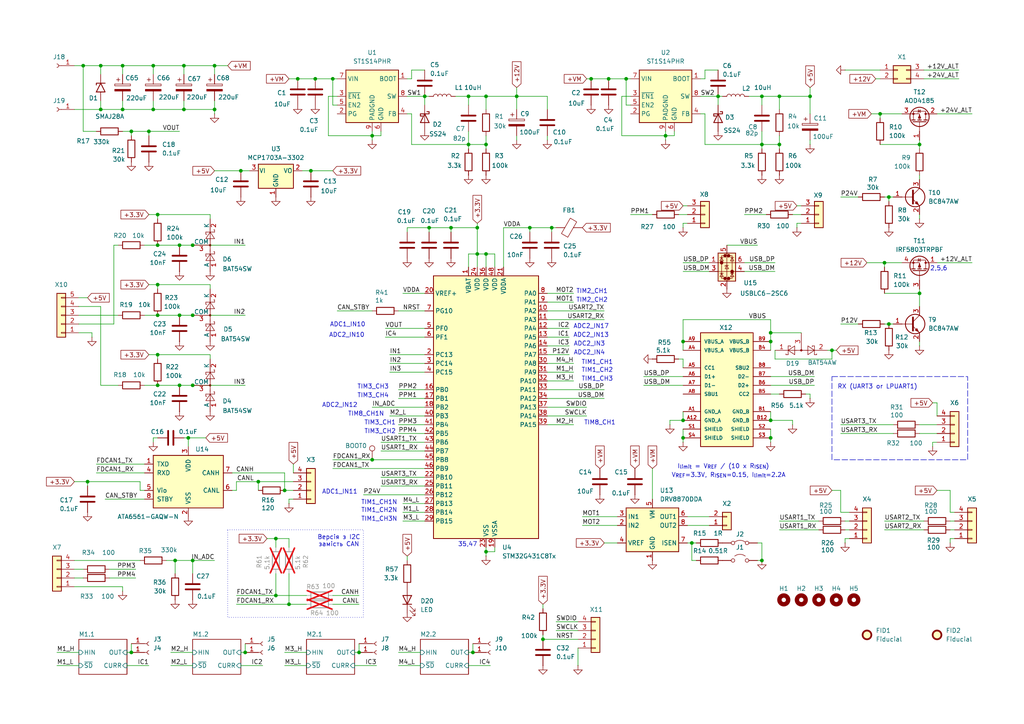
<source format=kicad_sch>
(kicad_sch (version 20250114) (generator "eeschema") (generator_version "9.0")
  (paper "A4")
  (title_block (date "2024-05-28") (rev "2"))
  (rectangle (start 66.04 153.67) (end 105.41 179.07) (stroke (width 0) (type dot)))
  (rectangle (start 241.3 109.22) (end 280.67 133.35) (stroke (width 0) (type dash)))
  (text "TIM1_CH2N" (at 109.982 148.082 0) (effects (font (size 1.27 1.27))))
  (text "TIM1_CH2" (at 173.228 107.442 0) (effects (font (size 1.27 1.27))))
  (text "TIM3_CH1" (at 110.236 122.682 0) (effects (font (size 1.27 1.27))))
  (text "ADC2_IN13" (at 171.45 97.282 0) (effects (font (size 1.27 1.27))))
  (text "Версія з I2C\nзамість CAN" (at 98.298 156.972 0) (effects (font (size 1.27 1.27))))
  (text "TIM1_CH1" (at 173.228 105.156 0) (effects (font (size 1.27 1.27))))
  (text "2,5,6" (at 272.288 77.978 0) (effects (font (size 1.27 1.27))))
  (text "ADC1_IN10" (at 100.838 94.234 0) (effects (font (size 1.27 1.27))))
  (text "TIM8_CH1" (at 173.99 122.682 0) (effects (font (size 1.27 1.27))))
  (text "TIM1_CH1N" (at 109.982 145.796 0) (effects (font (size 1.27 1.27))))
  (text "TIM3_CH4" (at 108.204 114.808 0) (effects (font (size 1.27 1.27))))
  (text "ADC2_IN12" (at 98.552 117.602 0) (effects (font (size 1.27 1.27))))
  (text "TIM3_CH3" (at 108.204 112.268 0) (effects (font (size 1.27 1.27))))
  (text "RX (UART3 or LPUART1)" (at 254.508 112.268 0) (effects (font (size 1.27 1.27))))
  (text "ADC1_IN11" (at 98.552 142.748 0) (effects (font (size 1.27 1.27))))
  (text "I_{limit} = V_{REF} / (10 x R_{ISEN})" (at 209.804 135.382 0) (effects (font (size 1.27 1.27))))
  (text "TIM1_CH3" (at 173.228 109.982 0) (effects (font (size 1.27 1.27))))
  (text "TIM1_CH3N" (at 109.982 150.622 0) (effects (font (size 1.27 1.27))))
  (text "V_{REF}=3.3V, R_{ISEN}=0.15, I_{limit}=2.2A" (at 211.328 137.922 0) (effects (font (size 1.27 1.27))))
  (text "ADC2_IN17" (at 171.45 94.742 0) (effects (font (size 1.27 1.27))))
  (text "TIM8_CH1N" (at 106.172 120.142 0) (effects (font (size 1.27 1.27))))
  (text "TIM3_CH2" (at 110.236 125.222 0) (effects (font (size 1.27 1.27))))
  (text "ADC2_IN4" (at 170.942 102.362 0) (effects (font (size 1.27 1.27))))
  (text "ADC2_IN3" (at 170.942 99.822 0) (effects (font (size 1.27 1.27))))
  (text "TIM2_CH2" (at 171.704 87.122 0) (effects (font (size 1.27 1.27))))
  (text "ADC2_IN10" (at 100.584 97.282 0) (effects (font (size 1.27 1.27))))
  (text "35,47" (at 135.636 157.988 0) (effects (font (size 1.27 1.27))))
  (text "TIM2_CH1" (at 171.704 84.582 0) (effects (font (size 1.27 1.27))))
  (junction (at 160.02 66.04))
  (junction (at 55.88 111.76))
  (junction (at 124.46 66.04))
  (junction (at 220.98 162.56))
  (junction (at 257.81 93.98))
  (junction (at 55.88 71.12))
  (junction (at 43.18 38.1))
  (junction (at 171.45 22.86))
  (junction (at 44.45 19.05))
  (junction (at 90.17 49.53))
  (junction (at 45.72 102.87))
  (junction (at 54.61 127))
  (junction (at 181.61 22.86))
  (junction (at 80.01 156.21))
  (junction (at 135.89 41.91))
  (junction (at 45.72 111.76))
  (junction (at 107.95 133.35))
  (junction (at 266.7 41.91))
  (junction (at 234.95 27.94))
  (junction (at 223.52 96.52))
  (junction (at 24.13 19.05))
  (junction (at 193.04 39.37))
  (junction (at 137.16 189.23))
  (junction (at 266.7 85.09))
  (junction (at 200.66 157.48))
  (junction (at 138.43 73.66))
  (junction (at 140.97 41.91))
  (junction (at 208.28 27.94))
  (junction (at 223.52 121.92))
  (junction (at 140.97 73.66))
  (junction (at 226.06 27.94))
  (junction (at 223.52 99.06))
  (junction (at 220.98 27.94))
  (junction (at 130.81 66.04))
  (junction (at 71.12 189.23))
  (junction (at 38.1 38.1))
  (junction (at 140.97 27.94))
  (junction (at 52.07 71.12))
  (junction (at 220.98 41.91))
  (junction (at 140.97 160.02))
  (junction (at 80.01 172.72))
  (junction (at 38.1 189.23))
  (junction (at 53.34 19.05))
  (junction (at 157.48 185.42))
  (junction (at 241.3 101.6))
  (junction (at 83.82 175.26))
  (junction (at 45.72 62.23))
  (junction (at 52.07 91.44))
  (junction (at 96.52 22.86))
  (junction (at 135.89 27.94))
  (junction (at 107.95 39.37))
  (junction (at 104.14 189.23))
  (junction (at 198.12 127))
  (junction (at 123.19 27.94))
  (junction (at 198.12 121.92))
  (junction (at 35.56 31.75))
  (junction (at 50.8 162.56))
  (junction (at 29.21 31.75))
  (junction (at 223.52 127))
  (junction (at 62.23 31.75))
  (junction (at 74.93 139.7))
  (junction (at 138.43 66.04))
  (junction (at 53.34 31.75))
  (junction (at 226.06 41.91))
  (junction (at 198.12 99.06))
  (junction (at 62.23 19.05))
  (junction (at 44.45 31.75))
  (junction (at 45.72 71.12))
  (junction (at 153.67 66.04))
  (junction (at 52.07 111.76))
  (junction (at 45.72 82.55))
  (junction (at 255.27 33.02))
  (junction (at 91.44 22.86))
  (junction (at 55.88 91.44))
  (junction (at 55.88 162.56))
  (junction (at 25.4 139.7))
  (junction (at 257.81 57.15))
  (junction (at 35.56 19.05))
  (junction (at 176.53 22.86))
  (junction (at 69.85 49.53))
  (junction (at 45.72 91.44))
  (junction (at 149.86 27.94))
  (junction (at 86.36 22.86))
  (junction (at 29.21 19.05))
  (junction (at 82.55 142.24))
  (junction (at 256.54 76.2))
  (wire (pts (xy 180.34 27.94) (xy 180.34 39.37)))
  (wire (pts (xy 110.49 39.37) (xy 107.95 39.37)))
  (wire (pts (xy 85.09 134.62) (xy 85.09 137.16)))
  (wire (pts (xy 27.94 38.1) (xy 24.13 38.1)))
  (wire (pts (xy 69.85 189.23) (xy 71.12 189.23)))
  (wire (pts (xy 271.78 142.24) (xy 275.59 142.24)))
  (wire (pts (xy 124.46 66.04) (xy 130.81 66.04)))
  (wire (pts (xy 45.72 111.76) (xy 52.07 111.76)))
  (wire (pts (xy 116.84 146.05) (xy 123.19 146.05)))
  (wire (pts (xy 135.89 27.94) (xy 140.97 27.94)))
  (wire (pts (xy 198.12 66.04) (xy 198.12 64.77)))
  (wire (pts (xy 275.59 157.48) (xy 275.59 156.21)))
  (wire (pts (xy 68.58 139.7) (xy 74.93 139.7)))
  (wire (pts (xy 175.26 157.48) (xy 179.07 157.48)))
  (wire (pts (xy 254 22.86) (xy 255.27 22.86)))
  (wire (pts (xy 123.19 27.94) (xy 123.19 30.48)))
  (wire (pts (xy 193.04 38.1) (xy 193.04 39.37)))
  (wire (pts (xy 266.7 62.23) (xy 266.7 63.5)))
  (wire (pts (xy 157.48 175.26) (xy 157.48 176.53)))
  (wire (pts (xy 161.29 66.04) (xy 160.02 66.04)))
  (wire (pts (xy 113.03 102.87) (xy 123.19 102.87)))
  (wire (pts (xy 256.54 85.09) (xy 266.7 85.09)))
  (wire (pts (xy 119.38 22.86) (xy 118.11 22.86)))
  (wire (pts (xy 45.72 127) (xy 44.45 127)))
  (wire (pts (xy 231.14 66.04) (xy 231.14 64.77)))
  (wire (pts (xy 195.58 38.1) (xy 195.58 39.37)))
  (wire (pts (xy 53.34 19.05) (xy 62.23 19.05)))
  (wire (pts (xy 158.75 107.95) (xy 166.37 107.95)))
  (wire (pts (xy 198.12 99.06) (xy 198.12 101.6)))
  (wire (pts (xy 22.86 91.44) (xy 34.29 91.44)))
  (wire (pts (xy 45.72 91.44) (xy 52.07 91.44)))
  (wire (pts (xy 256.54 76.2) (xy 261.62 76.2)))
  (wire (pts (xy 90.17 49.53) (xy 96.52 49.53)))
  (wire (pts (xy 82.55 137.16) (xy 82.55 142.24)))
  (wire (pts (xy 226.06 27.94) (xy 234.95 27.94)))
  (wire (pts (xy 135.89 193.04) (xy 142.24 193.04)))
  (wire (pts (xy 210.82 71.12) (xy 219.71 71.12)))
  (wire (pts (xy 243.84 148.59) (xy 246.38 148.59)))
  (wire (pts (xy 40.64 139.7) (xy 40.64 142.24)))
  (wire (pts (xy 140.97 77.47) (xy 140.97 73.66)))
  (wire (pts (xy 168.91 152.4) (xy 179.07 152.4)))
  (wire (pts (xy 245.11 20.32) (xy 255.27 20.32)))
  (wire (pts (xy 241.3 101.6) (xy 241.3 104.14)))
  (wire (pts (xy 96.52 172.72) (xy 104.14 172.72)))
  (wire (pts (xy 146.05 77.47) (xy 146.05 66.04)))
  (wire (pts (xy 87.63 49.53) (xy 90.17 49.53)))
  (wire (pts (xy 181.61 30.48) (xy 181.61 22.86)))
  (wire (pts (xy 182.88 62.23) (xy 189.23 62.23)))
  (wire (pts (xy 158.75 102.87) (xy 165.1 102.87)))
  (wire (pts (xy 146.05 66.04) (xy 153.67 66.04)))
  (wire (pts (xy 135.89 38.1) (xy 135.89 41.91)))
  (wire (pts (xy 53.34 31.75) (xy 44.45 31.75)))
  (wire (pts (xy 53.34 19.05) (xy 53.34 21.59)))
  (wire (pts (xy 193.04 39.37) (xy 193.04 40.64)))
  (wire (pts (xy 68.58 175.26) (xy 83.82 175.26)))
  (wire (pts (xy 107.95 39.37) (xy 107.95 40.64)))
  (wire (pts (xy 223.52 111.76) (xy 236.22 111.76)))
  (wire (pts (xy 50.8 162.56) (xy 55.88 162.56)))
  (wire (pts (xy 160.02 66.04) (xy 160.02 67.31)))
  (wire (pts (xy 135.89 73.66) (xy 138.43 73.66)))
  (wire (pts (xy 266.7 41.91) (xy 266.7 43.18)))
  (wire (pts (xy 140.97 39.37) (xy 140.97 41.91)))
  (wire (pts (xy 83.82 22.86) (xy 86.36 22.86)))
  (wire (pts (xy 55.88 162.56) (xy 55.88 166.37)))
  (wire (pts (xy 119.38 33.02) (xy 118.11 33.02)))
  (wire (pts (xy 266.7 125.73) (xy 271.78 125.73)))
  (wire (pts (xy 105.41 143.51) (xy 123.19 143.51)))
  (wire (pts (xy 243.84 142.24) (xy 243.84 148.59)))
  (wire (pts (xy 229.87 62.23) (xy 232.41 62.23)))
  (wire (pts (xy 83.82 158.75) (xy 83.82 156.21)))
  (wire (pts (xy 176.53 22.86) (xy 181.61 22.86)))
  (wire (pts (xy 83.82 146.05) (xy 83.82 144.78)))
  (wire (pts (xy 71.12 186.69) (xy 71.12 189.23)))
  (wire (pts (xy 116.84 85.09) (xy 123.19 85.09)))
  (wire (pts (xy 52.07 91.44) (xy 55.88 91.44)))
  (wire (pts (xy 137.16 186.69) (xy 137.16 189.23)))
  (wire (pts (xy 157.48 184.15) (xy 157.48 185.42)))
  (wire (pts (xy 158.75 105.41) (xy 166.37 105.41)))
  (wire (pts (xy 138.43 73.66) (xy 138.43 77.47)))
  (wire (pts (xy 199.39 149.86) (xy 205.74 149.86)))
  (wire (pts (xy 266.7 40.64) (xy 266.7 41.91)))
  (wire (pts (xy 24.13 19.05) (xy 29.21 19.05)))
  (wire (pts (xy 62.23 31.75) (xy 53.34 31.75)))
  (wire (pts (xy 220.98 27.94) (xy 226.06 27.94)))
  (wire (pts (xy 196.85 62.23) (xy 199.39 62.23)))
  (wire (pts (xy 102.87 193.04) (xy 109.22 193.04)))
  (wire (pts (xy 196.85 104.14) (xy 198.12 104.14)))
  (wire (pts (xy 204.47 22.86) (xy 203.2 22.86)))
  (wire (pts (xy 45.72 82.55) (xy 60.96 82.55)))
  (wire (pts (xy 168.91 149.86) (xy 179.07 149.86)))
  (wire (pts (xy 224.79 104.14) (xy 241.3 104.14)))
  (wire (pts (xy 113.03 105.41) (xy 123.19 105.41)))
  (wire (pts (xy 270.51 128.27) (xy 271.78 128.27)))
  (wire (pts (xy 158.75 85.09) (xy 166.37 85.09)))
  (wire (pts (xy 22.86 93.98) (xy 33.02 93.98)))
  (wire (pts (xy 200.66 157.48) (xy 201.93 157.48)))
  (wire (pts (xy 115.57 123.19) (xy 123.19 123.19)))
  (wire (pts (xy 223.52 119.38) (xy 223.52 121.92)))
  (wire (pts (xy 135.89 30.48) (xy 135.89 27.94)))
  (wire (pts (xy 118.11 161.29) (xy 118.11 162.56)))
  (wire (pts (xy 110.49 128.27) (xy 123.19 128.27)))
  (wire (pts (xy 132.08 27.94) (xy 135.89 27.94)))
  (wire (pts (xy 95.25 27.94) (xy 95.25 39.37)))
  (wire (pts (xy 74.93 139.7) (xy 85.09 139.7)))
  (wire (pts (xy 21.59 31.75) (xy 29.21 31.75)))
  (wire (pts (xy 102.87 189.23) (xy 104.14 189.23)))
  (wire (pts (xy 198.12 124.46) (xy 198.12 127)))
  (wire (pts (xy 35.56 170.18) (xy 35.56 171.45)))
  (wire (pts (xy 271.78 33.02) (xy 281.94 33.02)))
  (wire (pts (xy 115.57 115.57) (xy 123.19 115.57)))
  (wire (pts (xy 149.86 39.37) (xy 149.86 40.64)))
  (wire (pts (xy 24.13 19.05) (xy 24.13 38.1)))
  (wire (pts (xy 123.19 27.94) (xy 124.46 27.94)))
  (wire (pts (xy 199.39 157.48) (xy 200.66 157.48)))
  (wire (pts (xy 62.23 29.21) (xy 62.23 31.75)))
  (wire (pts (xy 83.82 175.26) (xy 88.9 175.26)))
  (wire (pts (xy 215.9 78.74) (xy 224.79 78.74)))
  (wire (pts (xy 158.75 31.75) (xy 158.75 27.94)))
  (wire (pts (xy 220.98 38.1) (xy 220.98 41.91)))
  (wire (pts (xy 186.69 111.76) (xy 198.12 111.76)))
  (wire (pts (xy 95.25 39.37) (xy 107.95 39.37)))
  (wire (pts (xy 41.91 111.76) (xy 45.72 111.76)))
  (wire (pts (xy 153.67 66.04) (xy 153.67 67.31)))
  (wire (pts (xy 149.86 31.75) (xy 149.86 27.94)))
  (wire (pts (xy 271.78 76.2) (xy 281.94 76.2)))
  (wire (pts (xy 138.43 66.04) (xy 138.43 73.66)))
  (wire (pts (xy 55.88 71.12) (xy 71.12 71.12)))
  (wire (pts (xy 275.59 153.67) (xy 276.86 153.67)))
  (wire (pts (xy 158.75 87.63) (xy 166.37 87.63)))
  (wire (pts (xy 275.59 156.21) (xy 276.86 156.21)))
  (wire (pts (xy 203.2 27.94) (xy 208.28 27.94)))
  (wire (pts (xy 208.28 20.32) (xy 204.47 20.32)))
  (wire (pts (xy 158.75 115.57) (xy 175.26 115.57)))
  (wire (pts (xy 161.29 180.34) (xy 167.64 180.34)))
  (wire (pts (xy 201.93 162.56) (xy 200.66 162.56)))
  (wire (pts (xy 158.75 39.37) (xy 158.75 40.64)))
  (wire (pts (xy 40.64 142.24) (xy 41.91 142.24)))
  (wire (pts (xy 21.59 170.18) (xy 35.56 170.18)))
  (wire (pts (xy 215.9 76.2) (xy 224.79 76.2)))
  (wire (pts (xy 21.59 165.1) (xy 24.13 165.1)))
  (wire (pts (xy 266.7 99.06) (xy 266.7 100.33)))
  (wire (pts (xy 153.67 66.04) (xy 160.02 66.04)))
  (wire (pts (xy 157.48 185.42) (xy 167.64 185.42)))
  (wire (pts (xy 252.73 33.02) (xy 255.27 33.02)))
  (wire (pts (xy 267.97 22.86) (xy 278.13 22.86)))
  (wire (pts (xy 243.84 123.19) (xy 259.08 123.19)))
  (wire (pts (xy 111.76 97.79) (xy 123.19 97.79)))
  (wire (pts (xy 189.23 135.89) (xy 189.23 144.78)))
  (wire (pts (xy 60.96 62.23) (xy 60.96 63.5)))
  (wire (pts (xy 80.01 166.37) (xy 80.01 172.72)))
  (wire (pts (xy 30.48 144.78) (xy 41.91 144.78)))
  (wire (pts (xy 223.52 92.71) (xy 223.52 96.52)))
  (wire (pts (xy 22.86 86.36) (xy 25.4 86.36)))
  (wire (pts (xy 118.11 66.04) (xy 124.46 66.04)))
  (wire (pts (xy 29.21 111.76) (xy 34.29 111.76)))
  (wire (pts (xy 60.96 102.87) (xy 60.96 104.14)))
  (wire (pts (xy 77.47 156.21) (xy 80.01 156.21)))
  (wire (pts (xy 161.29 182.88) (xy 167.64 182.88)))
  (wire (pts (xy 52.07 71.12) (xy 55.88 71.12)))
  (wire (pts (xy 115.57 189.23) (xy 121.92 189.23)))
  (wire (pts (xy 198.12 78.74) (xy 205.74 78.74)))
  (wire (pts (xy 80.01 172.72) (xy 88.9 172.72)))
  (wire (pts (xy 29.21 31.75) (xy 35.56 31.75)))
  (wire (pts (xy 45.72 102.87) (xy 45.72 104.14)))
  (wire (pts (xy 113.03 107.95) (xy 123.19 107.95)))
  (wire (pts (xy 204.47 20.32) (xy 204.47 22.86)))
  (wire (pts (xy 135.89 41.91) (xy 119.38 41.91)))
  (wire (pts (xy 233.68 114.3) (xy 234.95 114.3)))
  (wire (pts (xy 68.58 172.72) (xy 80.01 172.72)))
  (wire (pts (xy 158.75 92.71) (xy 175.26 92.71)))
  (wire (pts (xy 198.12 119.38) (xy 198.12 121.92)))
  (wire (pts (xy 170.18 22.86) (xy 171.45 22.86)))
  (wire (pts (xy 199.39 152.4) (xy 205.74 152.4)))
  (wire (pts (xy 96.52 175.26) (xy 104.14 175.26)))
  (wire (pts (xy 241.3 101.6) (xy 242.57 101.6)))
  (wire (pts (xy 198.12 76.2) (xy 205.74 76.2)))
  (wire (pts (xy 217.17 27.94) (xy 220.98 27.94)))
  (wire (pts (xy 111.76 95.25) (xy 123.19 95.25)))
  (wire (pts (xy 21.59 139.7) (xy 25.4 139.7)))
  (wire (pts (xy 130.81 66.04) (xy 138.43 66.04)))
  (wire (pts (xy 96.52 135.89) (xy 123.19 135.89)))
  (wire (pts (xy 198.12 104.14) (xy 198.12 106.68)))
  (wire (pts (xy 140.97 27.94) (xy 149.86 27.94)))
  (wire (pts (xy 256.54 93.98) (xy 257.81 93.98)))
  (wire (pts (xy 35.56 38.1) (xy 38.1 38.1)))
  (wire (pts (xy 115.57 193.04) (xy 121.92 193.04)))
  (wire (pts (xy 52.07 38.1) (xy 43.18 38.1)))
  (wire (pts (xy 45.72 102.87) (xy 60.96 102.87)))
  (wire (pts (xy 96.52 133.35) (xy 107.95 133.35)))
  (wire (pts (xy 67.31 137.16) (xy 82.55 137.16)))
  (wire (pts (xy 36.83 193.04) (xy 43.18 193.04)))
  (wire (pts (xy 267.97 20.32) (xy 278.13 20.32)))
  (wire (pts (xy 198.12 59.69) (xy 199.39 59.69)))
  (wire (pts (xy 256.54 153.67) (xy 267.97 153.67)))
  (wire (pts (xy 158.75 123.19) (xy 166.37 123.19)))
  (wire (pts (xy 107.95 133.35) (xy 123.19 133.35)))
  (wire (pts (xy 241.3 142.24) (xy 243.84 142.24)))
  (wire (pts (xy 231.14 64.77) (xy 232.41 64.77)))
  (wire (pts (xy 116.84 148.59) (xy 123.19 148.59)))
  (wire (pts (xy 31.75 167.64) (xy 39.37 167.64)))
  (wire (pts (xy 38.1 39.37) (xy 38.1 38.1)))
  (wire (pts (xy 140.97 160.02) (xy 140.97 161.29)))
  (wire (pts (xy 49.53 189.23) (xy 55.88 189.23)))
  (wire (pts (xy 226.06 41.91) (xy 220.98 41.91)))
  (wire (pts (xy 194.31 123.19) (xy 194.31 121.92)))
  (wire (pts (xy 43.18 38.1) (xy 43.18 39.37)))
  (wire (pts (xy 119.38 20.32) (xy 119.38 22.86)))
  (wire (pts (xy 38.1 186.69) (xy 38.1 189.23)))
  (wire (pts (xy 82.55 193.04) (xy 88.9 193.04)))
  (wire (pts (xy 80.01 156.21) (xy 80.01 158.75)))
  (wire (pts (xy 256.54 57.15) (xy 257.81 57.15)))
  (wire (pts (xy 16.51 193.04) (xy 22.86 193.04)))
  (wire (pts (xy 43.18 62.23) (xy 45.72 62.23)))
  (wire (pts (xy 83.82 166.37) (xy 83.82 175.26)))
  (wire (pts (xy 115.57 90.17) (xy 123.19 90.17)))
  (wire (pts (xy 135.89 77.47) (xy 135.89 73.66)))
  (wire (pts (xy 255.27 41.91) (xy 266.7 41.91)))
  (wire (pts (xy 220.98 157.48) (xy 220.98 162.56)))
  (wire (pts (xy 45.72 62.23) (xy 60.96 62.23)))
  (wire (pts (xy 119.38 41.91) (xy 119.38 33.02)))
  (wire (pts (xy 251.46 76.2) (xy 256.54 76.2)))
  (wire (pts (xy 158.75 110.49) (xy 166.37 110.49)))
  (wire (pts (xy 245.11 153.67) (xy 246.38 153.67)))
  (wire (pts (xy 220.98 27.94) (xy 220.98 30.48)))
  (wire (pts (xy 96.52 22.86) (xy 97.79 22.86)))
  (wire (pts (xy 204.47 41.91) (xy 204.47 33.02)))
  (wire (pts (xy 44.45 31.75) (xy 35.56 31.75)))
  (wire (pts (xy 140.97 27.94) (xy 140.97 31.75)))
  (wire (pts (xy 107.95 118.11) (xy 123.19 118.11)))
  (wire (pts (xy 226.06 27.94) (xy 226.06 31.75)))
  (wire (pts (xy 25.4 139.7) (xy 40.64 139.7)))
  (wire (pts (xy 33.02 71.12) (xy 34.29 71.12)))
  (wire (pts (xy 257.81 93.98) (xy 259.08 93.98)))
  (wire (pts (xy 110.49 130.81) (xy 123.19 130.81)))
  (wire (pts (xy 266.7 85.09) (xy 266.7 88.9)))
  (wire (pts (xy 21.59 167.64) (xy 24.13 167.64)))
  (wire (pts (xy 43.18 82.55) (xy 45.72 82.55)))
  (wire (pts (xy 53.34 127) (xy 54.61 127)))
  (wire (pts (xy 44.45 19.05) (xy 53.34 19.05)))
  (wire (pts (xy 245.11 157.48) (xy 245.11 156.21)))
  (wire (pts (xy 223.52 124.46) (xy 223.52 127)))
  (wire (pts (xy 138.43 64.77) (xy 138.43 66.04)))
  (wire (pts (xy 118.11 27.94) (xy 123.19 27.94)))
  (wire (pts (xy 50.8 166.37) (xy 50.8 162.56)))
  (wire (pts (xy 41.91 91.44) (xy 45.72 91.44)))
  (wire (pts (xy 27.94 137.16) (xy 41.91 137.16)))
  (wire (pts (xy 220.98 41.91) (xy 204.47 41.91)))
  (wire (pts (xy 104.14 186.69) (xy 104.14 189.23)))
  (wire (pts (xy 219.71 157.48) (xy 220.98 157.48)))
  (wire (pts (xy 255.27 33.02) (xy 255.27 34.29)))
  (wire (pts (xy 116.84 151.13) (xy 123.19 151.13)))
  (wire (pts (xy 224.79 101.6) (xy 224.79 104.14)))
  (wire (pts (xy 60.96 82.55) (xy 60.96 83.82)))
  (wire (pts (xy 198.12 99.06) (xy 198.12 92.71)))
  (wire (pts (xy 186.69 109.22) (xy 198.12 109.22)))
  (wire (pts (xy 49.53 193.04) (xy 55.88 193.04)))
  (wire (pts (xy 223.52 109.22) (xy 236.22 109.22)))
  (wire (pts (xy 53.34 31.75) (xy 53.34 29.21)))
  (wire (pts (xy 69.85 49.53) (xy 72.39 49.53)))
  (wire (pts (xy 245.11 156.21) (xy 246.38 156.21)))
  (wire (pts (xy 231.14 59.69) (xy 232.41 59.69)))
  (wire (pts (xy 223.52 96.52) (xy 232.41 96.52)))
  (wire (pts (xy 44.45 128.27) (xy 44.45 127)))
  (wire (pts (xy 143.51 160.02) (xy 140.97 160.02)))
  (wire (pts (xy 171.45 22.86) (xy 176.53 22.86)))
  (wire (pts (xy 275.59 151.13) (xy 276.86 151.13)))
  (wire (pts (xy 44.45 31.75) (xy 44.45 29.21)))
  (wire (pts (xy 158.75 97.79) (xy 165.1 97.79)))
  (wire (pts (xy 110.49 38.1) (xy 110.49 39.37)))
  (wire (pts (xy 158.75 100.33) (xy 165.1 100.33)))
  (wire (pts (xy 271.78 116.84) (xy 271.78 120.65)))
  (wire (pts (xy 35.56 19.05) (xy 35.56 21.59)))
  (wire (pts (xy 220.98 43.18) (xy 220.98 41.91)))
  (wire (pts (xy 16.51 189.23) (xy 22.86 189.23)))
  (wire (pts (xy 223.52 114.3) (xy 226.06 114.3)))
  (wire (pts (xy 167.64 187.96) (xy 167.64 193.04)))
  (wire (pts (xy 158.75 118.11) (xy 170.18 118.11)))
  (wire (pts (xy 140.97 73.66) (xy 138.43 73.66)))
  (wire (pts (xy 54.61 127) (xy 54.61 129.54)))
  (wire (pts (xy 240.03 101.6) (xy 241.3 101.6)))
  (wire (pts (xy 82.55 189.23) (xy 88.9 189.23)))
  (wire (pts (xy 182.88 30.48) (xy 181.61 30.48)))
  (wire (pts (xy 55.88 111.76) (xy 71.12 111.76)))
  (wire (pts (xy 45.72 82.55) (xy 45.72 83.82)))
  (wire (pts (xy 226.06 153.67) (xy 237.49 153.67)))
  (wire (pts (xy 110.49 138.43) (xy 123.19 138.43)))
  (wire (pts (xy 234.95 40.64) (xy 234.95 41.91)))
  (wire (pts (xy 208.28 27.94) (xy 209.55 27.94)))
  (wire (pts (xy 245.11 151.13) (xy 246.38 151.13)))
  (wire (pts (xy 29.21 19.05) (xy 29.21 21.59)))
  (wire (pts (xy 44.45 19.05) (xy 44.45 21.59)))
  (wire (pts (xy 198.12 92.71) (xy 223.52 92.71)))
  (wire (pts (xy 67.31 142.24) (xy 68.58 142.24)))
  (wire (pts (xy 22.86 96.52) (xy 26.67 96.52)))
  (wire (pts (xy 33.02 71.12) (xy 33.02 93.98)))
  (wire (pts (xy 275.59 142.24) (xy 275.59 148.59)))
  (wire (pts (xy 208.28 27.94) (xy 208.28 30.48)))
  (wire (pts (xy 182.88 27.94) (xy 180.34 27.94)))
  (wire (pts (xy 140.97 43.18) (xy 140.97 41.91)))
  (wire (pts (xy 143.51 77.47) (xy 143.51 73.66)))
  (wire (pts (xy 158.75 113.03) (xy 175.26 113.03)))
  (wire (pts (xy 83.82 156.21) (xy 80.01 156.21)))
  (wire (pts (xy 256.54 151.13) (xy 267.97 151.13)))
  (wire (pts (xy 36.83 189.23) (xy 38.1 189.23)))
  (wire (pts (xy 118.11 67.31) (xy 118.11 66.04)))
  (wire (pts (xy 219.71 162.56) (xy 220.98 162.56)))
  (wire (pts (xy 41.91 71.12) (xy 45.72 71.12)))
  (wire (pts (xy 223.52 127) (xy 223.52 128.27)))
  (wire (pts (xy 91.44 22.86) (xy 96.52 22.86)))
  (wire (pts (xy 96.52 30.48) (xy 96.52 22.86)))
  (wire (pts (xy 194.31 121.92) (xy 198.12 121.92)))
  (wire (pts (xy 35.56 19.05) (xy 44.45 19.05)))
  (wire (pts (xy 62.23 33.02) (xy 62.23 31.75)))
  (wire (pts (xy 69.85 193.04) (xy 76.2 193.04)))
  (wire (pts (xy 45.72 71.12) (xy 52.07 71.12)))
  (wire (pts (xy 97.79 30.48) (xy 96.52 30.48)))
  (wire (pts (xy 45.72 63.5) (xy 45.72 62.23)))
  (wire (pts (xy 62.23 19.05) (xy 66.04 19.05)))
  (wire (pts (xy 200.66 162.56) (xy 200.66 157.48)))
  (wire (pts (xy 256.54 76.2) (xy 256.54 77.47)))
  (wire (pts (xy 149.86 25.4) (xy 149.86 27.94)))
  (wire (pts (xy 226.06 151.13) (xy 237.49 151.13)))
  (wire (pts (xy 270.51 116.84) (xy 271.78 116.84)))
  (wire (pts (xy 181.61 22.86) (xy 182.88 22.86)))
  (wire (pts (xy 22.86 88.9) (xy 29.21 88.9)))
  (wire (pts (xy 97.79 90.17) (xy 107.95 90.17)))
  (wire (pts (xy 255.27 33.02) (xy 261.62 33.02)))
  (wire (pts (xy 243.84 125.73) (xy 259.08 125.73)))
  (wire (pts (xy 266.7 52.07) (xy 266.7 50.8)))
  (wire (pts (xy 86.36 22.86) (xy 91.44 22.86)))
  (wire (pts (xy 234.95 25.4) (xy 234.95 27.94)))
  (wire (pts (xy 113.03 120.65) (xy 123.19 120.65)))
  (wire (pts (xy 43.18 102.87) (xy 45.72 102.87)))
  (wire (pts (xy 270.51 129.54) (xy 270.51 128.27)))
  (wire (pts (xy 266.7 83.82) (xy 266.7 85.09)))
  (wire (pts (xy 266.7 123.19) (xy 271.78 123.19)))
  (wire (pts (xy 158.75 120.65) (xy 170.18 120.65)))
  (wire (pts (xy 257.81 58.42) (xy 257.81 57.15)))
  (wire (pts (xy 74.93 139.7) (xy 74.93 142.24)))
  (wire (pts (xy 68.58 142.24) (xy 68.58 139.7)))
  (wire (pts (xy 26.67 96.52) (xy 26.67 97.79)))
  (wire (pts (xy 29.21 88.9) (xy 29.21 111.76)))
  (wire (pts (xy 180.34 39.37) (xy 193.04 39.37)))
  (wire (pts (xy 59.69 127) (xy 54.61 127)))
  (wire (pts (xy 198.12 127) (xy 198.12 128.27)))
  (wire (pts (xy 82.55 142.24) (xy 85.09 142.24)))
  (wire (pts (xy 158.75 27.94) (xy 149.86 27.94)))
  (wire (pts (xy 29.21 29.21) (xy 29.21 31.75)))
  (wire (pts (xy 21.59 162.56) (xy 40.64 162.56)))
  (wire (pts (xy 55.88 91.44) (xy 71.12 91.44)))
  (wire (pts (xy 115.57 113.03) (xy 123.19 113.03)))
  (wire (pts (xy 62.23 49.53) (xy 69.85 49.53)))
  (wire (pts (xy 215.9 62.23) (xy 222.25 62.23)))
  (wire (pts (xy 223.52 96.52) (xy 223.52 99.06)))
  (wire (pts (xy 223.52 99.06) (xy 223.52 101.6)))
  (wire (pts (xy 107.95 38.1) (xy 107.95 39.37)))
  (wire (pts (xy 52.07 111.76) (xy 55.88 111.76)))
  (wire (pts (xy 38.1 38.1) (xy 43.18 38.1)))
  (wire (pts (xy 204.47 33.02) (xy 203.2 33.02)))
  (wire (pts (xy 31.75 165.1) (xy 39.37 165.1)))
  (wire (pts (xy 226.06 39.37) (xy 226.06 41.91)))
  (wire (pts (xy 234.95 114.3) (xy 234.95 115.57)))
  (wire (pts (xy 143.51 158.75) (xy 143.51 160.02)))
  (wire (pts (xy 48.26 162.56) (xy 50.8 162.56)))
  (wire (pts (xy 275.59 148.59) (xy 276.86 148.59)))
  (wire (pts (xy 226.06 43.18) (xy 226.06 41.91)))
  (wire (pts (xy 158.75 95.25) (xy 165.1 95.25)))
  (wire (pts (xy 29.21 19.05) (xy 35.56 19.05)))
  (wire (pts (xy 257.81 57.15) (xy 259.08 57.15)))
  (wire (pts (xy 198.12 64.77) (xy 199.39 64.77)))
  (wire (pts (xy 158.75 90.17) (xy 175.26 90.17)))
  (wire (pts (xy 115.57 125.73) (xy 123.19 125.73)))
  (wire (pts (xy 143.51 73.66) (xy 140.97 73.66)))
  (wire (pts (xy 195.58 39.37) (xy 193.04 39.37)))
  (wire (pts (xy 27.94 134.62) (xy 41.91 134.62)))
  (wire (pts (xy 243.84 93.98) (xy 248.92 93.98)))
  (wire (pts (xy 130.81 67.31) (xy 130.81 66.04)))
  (wire (pts (xy 135.89 189.23) (xy 137.16 189.23)))
  (wire (pts (xy 62.23 162.56) (xy 55.88 162.56)))
  (wire (pts (xy 135.89 43.18) (xy 135.89 41.91)))
  (wire (pts (xy 110.49 140.97) (xy 123.19 140.97)))
  (wire (pts (xy 229.87 121.92) (xy 223.52 121.92)))
  (wire (pts (xy 123.19 20.32) (xy 119.38 20.32)))
  (wire (pts (xy 35.56 31.75) (xy 35.56 29.21)))
  (wire (pts (xy 62.23 19.05) (xy 62.23 21.59)))
  (wire (pts (xy 234.95 33.02) (xy 234.95 27.94)))
  (wire (pts (xy 21.59 19.05) (xy 24.13 19.05)))
  (wire (pts (xy 229.87 121.92) (xy 229.87 123.19)))
  (wire (pts (xy 97.79 27.94) (xy 95.25 27.94)))
  (wire (pts (xy 25.4 139.7) (xy 25.4 140.97)))
  (wire (pts (xy 140.97 158.75) (xy 140.97 160.02)))
  (wire (pts (xy 243.84 57.15) (xy 248.92 57.15)))
  (wire (pts (xy 83.82 144.78) (xy 85.09 144.78)))
  (wire (pts (xy 140.97 41.91) (xy 135.89 41.91)))
  (wire (pts (xy 124.46 67.31) (xy 124.46 66.04)))
  (label "USART1_TX" (at 226.06 151.13 0))
  (label "CANH" (at 104.14 172.72 180))
  (label "USART1_TX" (at 110.49 128.27 0))
  (label "FDCAN1_TX" (at 96.52 135.89 0))
  (label "FDCAN1_RX" (at 27.94 137.16 0))
  (label "USB_DP" (at 236.22 111.76 180))
  (label "M2_L" (at 49.53 193.04 0))
  (label "PPM2" (at 115.57 113.03 0))
  (label "USART3_RX" (at 110.49 140.97 0))
  (label "P12V" (at 165.1 102.87 180))
  (label "IC3" (at 165.1 100.33 180))
  (label "USART2_TX" (at 175.26 90.17 180))
  (label "P24V" (at 243.84 57.15 0))
  (label "FDCAN1_TX" (at 68.58 172.72 0))
  (label "IC1" (at 43.18 193.04 180))
  (label "VBUS" (at 219.71 71.12 180))
  (label "M4_L" (at 116.84 146.05 0))
  (label "M3_H" (at 166.37 110.49 180))
  (label "IN_ADC" (at 107.95 118.11 0))
  (label "USART3_TX" (at 110.49 138.43 0))
  (label "M3_H" (at 82.55 189.23 0))
  (label "CANL" (at 104.14 175.26 180))
  (label "PPM2" (at 215.9 62.23 0))
  (label "+12V_ALT" (at 278.13 20.32 180))
  (label "USART1_RX" (at 110.49 130.81 0))
  (label "M2_H" (at 49.53 189.23 0))
  (label "M2_L" (at 113.03 120.65 0))
  (label "VOUT" (at 52.07 38.1 180))
  (label "USB_DM" (at 224.79 78.74 180))
  (label "USART1_RX" (at 226.06 153.67 0))
  (label "SWCLK" (at 170.18 120.65 180))
  (label "M1_L" (at 116.84 148.59 0))
  (label "FDCAN1_RX" (at 68.58 175.26 0))
  (label "CAN_STBY" (at 97.79 90.17 0))
  (label "USB_DM" (at 175.26 115.57 180))
  (label "USB_DM" (at 186.69 111.76 0))
  (label "IC1" (at 165.1 97.79 180))
  (label "CANL" (at 73.66 139.7 180))
  (label "P12V" (at 243.84 93.98 0))
  (label "IC4" (at 142.24 193.04 180))
  (label "IC3" (at 109.22 193.04 180))
  (label "USART2_TX" (at 256.54 151.13 0))
  (label "USB_DP" (at 186.69 109.22 0))
  (label "MOT1" (at 168.91 149.86 0))
  (label "+12V_ALT" (at 281.94 76.2 180))
  (label "SW2" (at 203.2 27.94 0))
  (label "M1_L" (at 16.51 193.04 0))
  (label "USB_DM" (at 198.12 78.74 0))
  (label "IN_ADC" (at 62.23 162.56 180))
  (label "M3_L" (at 116.84 151.13 0))
  (label "USB_DP" (at 198.12 76.2 0))
  (label "IN2" (at 113.03 105.41 0))
  (label "+24V_ALT" (at 278.13 22.86 180))
  (label "VOUT" (at 111.76 95.25 0))
  (label "USB_DM" (at 236.22 109.22 180))
  (label "PPM1" (at 115.57 115.57 0))
  (label "IN1" (at 113.03 102.87 0))
  (label "M4_H" (at 166.37 105.41 180))
  (label "IC2" (at 165.1 95.25 180))
  (label "PPM1" (at 182.88 62.23 0))
  (label "PPM3" (at 39.37 165.1 180))
  (label "M3_L" (at 82.55 193.04 0))
  (label "VBUS" (at 222.25 92.71 180))
  (label "M1_H" (at 166.37 107.95 180))
  (label "M2_H" (at 166.37 123.19 180))
  (label "M4_L" (at 115.57 193.04 0))
  (label "USART3_TX" (at 243.84 123.19 0))
  (label "SWDIO" (at 161.29 180.34 0))
  (label "VDDA" (at 116.84 85.09 0))
  (label "IC4" (at 111.76 97.79 0))
  (label "IN1" (at 71.12 71.12 180))
  (label "FDCAN1_TX" (at 27.94 134.62 0))
  (label "USART2_RX" (at 175.26 92.71 180))
  (label "USART3_RX" (at 243.84 125.73 0))
  (label "PPM4" (at 115.57 125.73 0))
  (label "IC2" (at 76.2 193.04 180))
  (label "MOT1" (at 166.37 87.63 180))
  (label "+24V_ALT" (at 281.94 33.02 180))
  (label "USB_DP" (at 175.26 113.03 180))
  (label "USART2_RX" (at 256.54 153.67 0))
  (label "M4_H" (at 115.57 189.23 0))
  (label "P24V" (at 105.41 143.51 0))
  (label "SW1" (at 118.11 27.94 0))
  (label "NRST" (at 116.84 90.17 0))
  (label "FDCAN1_RX" (at 96.52 133.35 0))
  (label "PPM4" (at 39.37 167.64 180))
  (label "SWCLK" (at 161.29 182.88 0))
  (label "MOT2" (at 168.91 152.4 0))
  (label "PPM3" (at 115.57 123.19 0))
  (label "MOT2" (at 166.37 85.09 180))
  (label "IN3" (at 113.03 107.95 0))
  (label "NRST" (at 161.29 185.42 0))
  (label "VDDA" (at 146.05 66.04 0))
  (label "CANH" (at 73.66 137.16 180))
  (label "IN2" (at 71.12 91.44 180))
  (label "CAN_STBY" (at 30.48 144.78 0))
  (label "IN3" (at 71.12 111.76 180))
  (label "SWDIO" (at 170.18 118.11 180))
  (label "USB_DP" (at 224.79 76.2 180))
  (label "M1_H" (at 16.51 189.23 0))
  (global_label "+3.3V" (shape input) (at 168.91 66.04 0) (property "Intersheetrefs" "${INTERSHEET_REFS}" (effects (hide yes))))
  (global_label "+3.3V" (shape input) (at 43.18 102.87 180) (property "Intersheetrefs" "${INTERSHEET_REFS}" (effects (hide yes))))
  (global_label "+5V" (shape input) (at 270.51 116.84 180) (property "Intersheetrefs" "${INTERSHEET_REFS}" (effects (hide yes))))
  (global_label "+VM" (shape input) (at 189.23 135.89 90) (property "Intersheetrefs" "${INTERSHEET_REFS}" (effects (hide yes))))
  (global_label "+5V" (shape input) (at 25.4 86.36 0) (property "Intersheetrefs" "${INTERSHEET_REFS}" (effects (hide yes))))
  (global_label "+3.3V" (shape input) (at 96.52 49.53 0) (property "Intersheetrefs" "${INTERSHEET_REFS}" (effects (hide yes))))
  (global_label "+12V" (shape input) (at 254 22.86 180) (property "Intersheetrefs" "${INTERSHEET_REFS}" (effects (hide yes))))
  (global_label "+12V" (shape input) (at 149.86 25.4 90) (property "Intersheetrefs" "${INTERSHEET_REFS}" (effects (hide yes))))
  (global_label "+3.3V" (shape input) (at 43.18 82.55 180) (property "Intersheetrefs" "${INTERSHEET_REFS}" (effects (hide yes))))
  (global_label "+5V" (shape input) (at 59.69 127 0) (property "Intersheetrefs" "${INTERSHEET_REFS}" (effects (hide yes))))
  (global_label "+5V" (shape input) (at 118.11 161.29 90) (property "Intersheetrefs" "${INTERSHEET_REFS}" (effects (hide yes))))
  (global_label "+VM" (shape input) (at 83.82 22.86 180) (property "Intersheetrefs" "${INTERSHEET_REFS}" (effects (hide yes))))
  (global_label "+VM" (shape input) (at 170.18 22.86 180) (property "Intersheetrefs" "${INTERSHEET_REFS}" (effects (hide yes))))
  (global_label "+3.3V" (shape input) (at 157.48 175.26 90) (property "Intersheetrefs" "${INTERSHEET_REFS}" (effects (hide yes))))
  (global_label "+5V" (shape input) (at 234.95 25.4 90) (property "Intersheetrefs" "${INTERSHEET_REFS}" (effects (hide yes))))
  (global_label "+5V" (shape input) (at 271.78 142.24 180) (property "Intersheetrefs" "${INTERSHEET_REFS}" (effects (hide yes))))
  (global_label "+5V" (shape input) (at 62.23 49.53 180) (property "Intersheetrefs" "${INTERSHEET_REFS}" (effects (hide yes))))
  (global_label "+12V" (shape input) (at 251.46 76.2 180) (property "Intersheetrefs" "${INTERSHEET_REFS}" (effects (hide yes))))
  (global_label "+3.3V" (shape input) (at 138.43 64.77 90) (property "Intersheetrefs" "${INTERSHEET_REFS}" (effects (hide yes))))
  (global_label "+3.3V" (shape input) (at 175.26 157.48 180) (property "Intersheetrefs" "${INTERSHEET_REFS}" (effects (hide yes))))
  (global_label "+3.3V" (shape input) (at 77.47 156.21 180) (property "Intersheetrefs" "${INTERSHEET_REFS}" (effects (hide yes))))
  (global_label "+5V" (shape input) (at 231.14 59.69 180) (property "Intersheetrefs" "${INTERSHEET_REFS}" (effects (hide yes))))
  (global_label "+VM" (shape input) (at 184.15 135.89 90) (property "Intersheetrefs" "${INTERSHEET_REFS}" (effects (hide yes))))
  (global_label "+VM" (shape input) (at 66.04 19.05 0) (property "Intersheetrefs" "${INTERSHEET_REFS}" (effects (hide yes))))
  (global_label "+3.3V" (shape input) (at 43.18 62.23 180) (property "Intersheetrefs" "${INTERSHEET_REFS}" (effects (hide yes))))
  (global_label "+5V" (shape input) (at 85.09 134.62 90) (property "Intersheetrefs" "${INTERSHEET_REFS}" (effects (hide yes))))
  (global_label "+5V" (shape input) (at 198.12 59.69 180) (property "Intersheetrefs" "${INTERSHEET_REFS}" (effects (hide yes))))
  (global_label "+VM" (shape input) (at 252.73 33.02 180) (property "Intersheetrefs" "${INTERSHEET_REFS}" (effects (hide yes))))
  (global_label "+3.3V" (shape input) (at 21.59 139.7 180) (property "Intersheetrefs" "${INTERSHEET_REFS}" (effects (hide yes))))
  (global_label "+5V" (shape input) (at 241.3 142.24 180) (property "Intersheetrefs" "${INTERSHEET_REFS}" (effects (hide yes))))
  (global_label "+VM" (shape input) (at 173.99 135.89 90) (property "Intersheetrefs" "${INTERSHEET_REFS}" (effects (hide yes))))
  (global_label "+5V" (shape input) (at 242.57 101.6 0) (property "Intersheetrefs" "${INTERSHEET_REFS}" (effects (hide yes))))
  (symbol (lib_id "Device:C") (at 173.99 139.7 0) (unit 1)
    (property "Reference" "C14" (at 171.704 136.906 0) (effects (justify right)))
    (property "Value" "10uF" (at 172.212 142.494 0) (effects (justify right)))
    (property "Footprint" "Capacitor_SMD:C_1206_3216Metric" (effects (hide yes)))
    (property "Description" "Unpolarized capacitor" (effects (hide yes)))
  )
  (symbol (lib_id "USB4120-03-C_REVA:USB4120-03-C_REVA") (at 215.9 111.76 0) (unit 1)
    (property "Reference" "X12" (at 210.566 94.996 0))
    (property "Value" "USB4120-03-C_REVA" (effects (hide yes)))
    (property "Footprint" "locals:GCT_USB4120-03-C_REVA" (effects (hide yes)))
    (property "MF" "Global Connector Technology" (effects (hide yes)))
    (property "MAXIMUM_PACKAGE_HEIGHT" "6.5mm" (effects (hide yes)))
    (property "Package" "None" (effects (hide yes)))
    (property "Price" "None" (effects (hide yes)))
    (property "Check_prices" "https://www.snapeda.com/parts/USB4120-03-C/Global+Connector+Technology/view-part/?ref=eda" (effects (hide yes)))
    (property "STANDARD" "Manufacturer Recommendations" (effects (hide yes)))
    (property "PARTREV" "A" (effects (hide yes)))
    (property "SnapEDA_Link" "https://www.snapeda.com/parts/USB4120-03-C/Global+Connector+Technology/view-part/?ref=snap" (effects (hide yes)))
    (property "MP" "USB4120-03-C" (effects (hide yes)))
    (property "Description_1" "USB 2.0 Connector Type C Vertical Receptacle, 6.50mm profile, 16 Pins, Surface mount, Top mount, low profile, low cost" (effects (hide yes)))
    (property "Availability" "In Stock" (effects (hide yes)))
    (property "MANUFACTURER" "GCT" (effects (hide yes)))
  )
  (symbol (lib_id "Device:R") (at 38.1 71.12 270) (unit 1)
    (property "Reference" "R20" (at 34.798 68.326 90))
    (property "Value" "10k" (at 40.132 68.326 90))
    (property "Footprint" "Resistor_SMD:R_0603_1608Metric" (effects (hide yes)))
    (property "Description" "Resistor" (effects (hide yes)))
  )
  (symbol (lib_id "Connector_Generic:Conn_01x04") (at 276.86 125.73 0) (mirror x) (unit 1)
    (property "Reference" "X6" (at 276.86 116.84 0))
    (property "Value" "Conn_01x03" (effects (hide yes)))
    (property "Footprint" "Connector_JST:JST_ZH_B4B-ZR_1x04_P1.50mm_Vertical" (effects (hide yes)))
    (property "Description" "Generic connector, single row, 01x04, script generated (kicad-library-utils/schlib/autogen/connector/)" (effects (hide yes)))
  )
  (symbol (lib_id "power:GND") (at 62.23 33.02 0) (mirror y) (unit 1)
    (property "Reference" "#PWR064" (effects (hide yes)))
    (property "Value" "GND" (effects (hide yes)))
    (property "Description" "Power symbol creates a global label with name \"GND\" , ground" (effects (hide yes)))
  )
  (symbol (lib_id "Device:C") (at 184.15 139.7 0) (mirror y) (unit 1)
    (property "Reference" "C15" (at 182.118 136.906 0) (effects (justify left)))
    (property "Value" "0.1uF" (at 182.88 143.002 0) (effects (justify left)))
    (property "Footprint" "Capacitor_SMD:C_0603_1608Metric" (effects (hide yes)))
    (property "Description" "Unpolarized capacitor" (effects (hide yes)))
  )
  (symbol (lib_id "Device:R") (at 205.74 162.56 90) (unit 1)
    (property "Reference" "R14" (at 202.946 159.766 90))
    (property "Value" "0.51R" (at 208.28 159.766 90))
    (property "Footprint" "Resistor_SMD:R_1206_3216Metric" (effects (hide yes)))
    (property "Description" "Resistor" (effects (hide yes)))
    (property "W" "1W" (effects (hide yes)))
    (property "SIZE" "2010" (effects (hide yes)))
  )
  (symbol (lib_id "Mechanical:MountingHole") (at 227.33 173.99 0) (unit 1) (in_bom no)
    (property "Reference" "H1" (at 227.33 170.688 0))
    (property "Value" "MountingHole" (effects (hide yes)))
    (property "Footprint" "MountingHole:MountingHole_3.2mm_M3" (effects (hide yes)))
    (property "Description" "Mounting Hole without connection" (effects (hide yes)))
  )
  (symbol (lib_id "power:GND") (at 60.96 99.06 0) (mirror y) (unit 1)
    (property "Reference" "#PWR0105" (effects (hide yes)))
    (property "Value" "GND" (effects (hide yes)))
    (property "Description" "Power symbol creates a global label with name \"GND\" , ground" (effects (hide yes)))
  )
  (symbol (lib_id "Device:C") (at 86.36 26.67 0) (mirror y) (unit 1)
    (property "Reference" "C1" (at 83.058 26.924 0) (effects (justify left)))
    (property "Value" "10uF" (at 84.328 30.226 0) (effects (justify left)))
    (property "Footprint" "Capacitor_SMD:C_1206_3216Metric" (effects (hide yes)))
    (property "Description" "Unpolarized capacitor" (effects (hide yes)))
  )
  (symbol (lib_id "Device:R") (at 50.8 170.18 0) (mirror y) (unit 1)
    (property "Reference" "R36" (at 48.26 168.9099 0) (effects (justify left)))
    (property "Value" "30k" (at 48.26 171.4499 0) (effects (justify left)))
    (property "Footprint" "Resistor_SMD:R_0603_1608Metric" (effects (hide yes)))
    (property "Description" "Resistor" (effects (hide yes)))
  )
  (symbol (lib_id "Device:C") (at 220.98 34.29 0) (mirror y) (unit 1)
    (property "Reference" "C8" (at 219.71 36.83 0) (effects (justify left)))
    (property "Value" "82p" (at 219.964 38.608 0) (effects (justify left)))
    (property "Footprint" "Capacitor_SMD:C_0603_1608Metric" (effects (hide yes)))
    (property "Description" "Unpolarized capacitor" (effects (hide yes)))
  )
  (symbol (lib_id "Device:C") (at 157.48 189.23 0) (unit 1)
    (property "Reference" "C32" (at 161.29 187.9599 0) (effects (justify left)))
    (property "Value" "0.1uF" (at 161.29 190.4999 0) (effects (justify left)))
    (property "Footprint" "Capacitor_SMD:C_0603_1608Metric" (effects (hide yes)))
    (property "Description" "Unpolarized capacitor" (effects (hide yes)))
  )
  (symbol (lib_id "Connector:TestPoint") (at 107.95 133.35 0) (mirror y) (unit 1)
    (property "Reference" "TP1" (effects (hide yes)))
    (property "Value" "BOOT0" (at 106.426 129.286 0) (effects (justify left)))
    (property "Footprint" "TestPoint:TestPoint_Pad_1.0x1.0mm" (effects (hide yes)))
    (property "Description" "test point" (effects (hide yes)))
  )
  (symbol (lib_id "Device:C_Polarized") (at 149.86 35.56 0) (unit 1)
    (property "Reference" "C9" (at 150.876 33.02 0) (effects (justify left)))
    (property "Value" "100uF" (at 150.622 38.354 0) (effects (justify left)))
    (property "Footprint" "Capacitor_Tantalum_SMD:CP_EIA-7343-15_Kemet-W" (effects (hide yes)))
    (property "Description" "Polarized capacitor" (effects (hide yes)))
  )
  (symbol (lib_id "Device:R") (at 266.7 46.99 0) (mirror y) (unit 1)
    (property "Reference" "R9" (at 264.16 45.7199 0) (effects (justify left)))
    (property "Value" "100k" (at 264.16 48.2599 0) (effects (justify left)))
    (property "Footprint" "Resistor_SMD:R_0603_1608Metric" (effects (hide yes)))
    (property "Description" "Resistor" (effects (hide yes)))
  )
  (symbol (lib_id "Device:R") (at 193.04 62.23 270) (mirror x) (unit 1)
    (property "Reference" "R27" (at 187.706 65.786 90))
    (property "Value" "100" (at 194.056 65.786 90))
    (property "Footprint" "Resistor_SMD:R_0603_1608Metric" (effects (hide yes)))
    (property "Description" "Resistor" (effects (hide yes)))
  )
  (symbol (lib_id "Diode:SS24") (at 123.19 34.29 270) (unit 1)
    (property "Reference" "D2" (at 125.476 36.068 90) (effects (justify left)))
    (property "Value" "SS24" (at 124.46 38.862 90) (effects (justify left)))
    (property "Footprint" "Diode_SMD:D_SMA" (effects (hide yes)))
    (property "Datasheet" "https://www.vishay.com/docs/88748/ss22.pdf" (effects (hide yes)))
    (property "Description" "40V 2A Schottky Diode, SMA" (effects (hide yes)))
  )
  (symbol (lib_id "Device:R") (at 220.98 46.99 0) (unit 1)
    (property "Reference" "R5" (at 217.17 45.212 0))
    (property "Value" "3.3k" (at 216.916 48.006 0))
    (property "Footprint" "Resistor_SMD:R_0603_1608Metric" (effects (hide yes)))
    (property "Description" "Resistor" (effects (hide yes)))
  )
  (symbol (lib_id "Device:C") (at 171.45 26.67 0) (mirror y) (unit 1)
    (property "Reference" "C2" (at 168.402 26.924 0) (effects (justify left)))
    (property "Value" "10uF" (at 169.672 29.972 0) (effects (justify left)))
    (property "Footprint" "Capacitor_SMD:C_1206_3216Metric" (effects (hide yes)))
    (property "Description" "Unpolarized capacitor" (effects (hide yes)))
  )
  (symbol (lib_id "Device:C") (at 130.81 71.12 0) (unit 1)
    (property "Reference" "C21" (at 128.778 60.96 0) (effects (justify left)))
    (property "Value" "0.1uF" (at 128.524 63.5 0) (effects (justify left)))
    (property "Footprint" "Capacitor_SMD:C_0603_1608Metric" (effects (hide yes)))
    (property "Description" "Unpolarized capacitor" (effects (hide yes)))
  )
  (symbol (lib_id "Device:C_Polarized") (at 44.45 25.4 0) (unit 1)
    (property "Reference" "C66" (at 45.466 22.606 0) (effects (justify left)))
    (property "Value" "220uF" (at 45.974 28.194 0) (effects (justify left)))
    (property "Footprint" "Capacitor_THT:CP_Radial_D10.0mm_P5.00mm" (effects (hide yes)))
    (property "Description" "Polarized capacitor" (effects (hide yes)))
  )
  (symbol (lib_id "Device:C") (at 160.02 71.12 0) (unit 1)
    (property "Reference" "C25" (at 163.322 71.374 0) (effects (justify left)))
    (property "Value" "0.1uF" (at 163.322 73.914 0) (effects (justify left)))
    (property "Footprint" "Capacitor_SMD:C_0603_1608Metric" (effects (hide yes)))
    (property "Description" "Unpolarized capacitor" (effects (hide yes)))
  )
  (symbol (lib_id "Connector:Conn_01x01_Socket") (at 43.18 189.23 0) (unit 1)
    (property "Reference" "J4" (at 44.45 187.9599 0) (effects (justify left)))
    (property "Value" "Conn_01x01_Socket" (effects (hide yes)))
    (property "Footprint" "Connector_Wire:SolderWire-2.5sqmm_1x01_D2.4mm_OD4.4mm" (effects (hide yes)))
    (property "Description" "Generic connector, single row, 01x01, script generated" (effects (hide yes)))
  )
  (symbol (lib_id "Device:C") (at 69.85 53.34 0) (mirror y) (unit 1)
    (property "Reference" "C12" (at 66.294 52.07 0) (effects (justify left)))
    (property "Value" "10uF" (at 65.786 55.118 0) (effects (justify left)))
    (property "Footprint" "Capacitor_SMD:C_0805_2012Metric" (effects (hide yes)))
    (property "Description" "Unpolarized capacitor" (effects (hide yes)))
  )
  (symbol (lib_id "Device:R") (at 44.45 162.56 270) (unit 1)
    (property "Reference" "R35" (at 42.164 159.766 90))
    (property "Value" "330k" (at 49.022 159.512 90))
    (property "Footprint" "Resistor_SMD:R_0603_1608Metric" (effects (hide yes)))
    (property "Description" "Resistor" (effects (hide yes)))
  )
  (symbol (lib_id "power:GND") (at 140.97 161.29 0) (unit 1)
    (property "Reference" "#PWR06" (effects (hide yes)))
    (property "Value" "GND" (effects (hide yes)))
    (property "Description" "Power symbol creates a global label with name \"GND\" , ground" (effects (hide yes)))
  )
  (symbol (lib_id "Transistor_FET:SUD45P03-09") (at 266.7 35.56 270) (mirror x) (unit 1)
    (property "Reference" "T12" (at 266.7 26.67 90))
    (property "Value" "AOD4185" (at 266.7 29.21 90))
    (property "Footprint" "Package_TO_SOT_SMD:TO-252-2" (effects (hide yes)))
    (property "Datasheet" "https://www.aosmd.com/res/datasheets/AOD4185.pdf" (effects (hide yes)))
    (property "Description" "-45A Id, -30V Vds, TrenchFET P-Channel Power MOSFET, 8.7mOhm Ron, 90nC Qg, -55 to 150 °C, TO-252-2" (effects (hide yes)))
  )
  (symbol (lib_id "Device:L") (at 128.27 27.94 90) (unit 1)
    (property "Reference" "L1" (at 133.096 25.4 90))
    (property "Value" "10uH" (at 137.16 25.4 90))
    (property "Footprint" "locals:Inductor_NR6028T100M" (effects (hide yes)))
    (property "Description" "Inductor" (effects (hide yes)))
  )
  (symbol (lib_id "Connector_Generic:Conn_01x04") (at 281.94 153.67 0) (mirror x) (unit 1)
    (property "Reference" "X5" (at 281.94 144.78 0))
    (property "Value" "Conn_01x03" (effects (hide yes)))
    (property "Footprint" "Connector_JST:JST_ZH_B4B-ZR_1x04_P1.50mm_Vertical" (effects (hide yes)))
    (property "Description" "Generic connector, single row, 01x04, script generated (kicad-library-utils/schlib/autogen/connector/)" (effects (hide yes)))
  )
  (symbol (lib_id "Device:L") (at 213.36 27.94 90) (unit 1)
    (property "Reference" "L2" (at 216.408 25.654 90))
    (property "Value" "10uH" (at 221.234 25.4 90))
    (property "Footprint" "locals:Inductor_NR6028T100M" (effects (hide yes)))
    (property "Description" "Inductor" (effects (hide yes)))
  )
  (symbol (lib_id "power:GND") (at 52.07 119.38 0) (mirror y) (unit 1)
    (property "Reference" "#PWR050" (effects (hide yes)))
    (property "Value" "GND" (effects (hide yes)))
    (property "Description" "Power symbol creates a global label with name \"GND\" , ground" (effects (hide yes)))
  )
  (symbol (lib_id "Device:R") (at 157.48 180.34 0) (mirror y) (unit 1)
    (property "Reference" "R42" (at 155.194 179.07 0) (effects (justify left)))
    (property "Value" "100k" (at 155.956 184.404 0) (effects (justify left)))
    (property "Footprint" "Resistor_SMD:R_0603_1608Metric" (effects (hide yes)))
    (property "Description" "Resistor" (effects (hide yes)))
  )
  (symbol (lib_id "Connector_Generic:Conn_01x04") (at 172.72 185.42 0) (mirror x) (unit 1)
    (property "Reference" "X11" (at 172.974 176.784 0))
    (property "Value" "Conn_01x03" (effects (hide yes)))
    (property "Footprint" "Connector_JST:JST_ZH_B4B-ZR_1x04_P1.50mm_Vertical" (effects (hide yes)))
    (property "Description" "Generic connector, single row, 01x04, script generated (kicad-library-utils/schlib/autogen/connector/)" (effects (hide yes)))
  )
  (symbol (lib_id "power:GND") (at 245.11 20.32 270) (mirror x) (unit 1)
    (property "Reference" "#PWR092" (effects (hide yes)))
    (property "Value" "GND" (effects (hide yes)))
    (property "Description" "Power symbol creates a global label with name \"GND\" , ground" (effects (hide yes)))
  )
  (symbol (lib_id "Device:C") (at 135.89 34.29 0) (mirror y) (unit 1)
    (property "Reference" "C7" (at 134.874 37.338 0) (effects (justify left)))
    (property "Value" "82p" (at 135.128 40.132 0) (effects (justify left)))
    (property "Footprint" "Capacitor_SMD:C_0603_1608Metric" (effects (hide yes)))
    (property "Description" "Unpolarized capacitor" (effects (hide yes)))
  )
  (symbol (lib_id "Connector_Generic:Conn_01x04") (at 16.51 167.64 180) (unit 1)
    (property "Reference" "X7" (at 16.51 158.75 0))
    (property "Value" "Conn_01x03" (effects (hide yes)))
    (property "Footprint" "Connector_JST:JST_ZH_B4B-ZR_1x04_P1.50mm_Vertical" (effects (hide yes)))
    (property "Description" "Generic connector, single row, 01x04, script generated (kicad-library-utils/schlib/autogen/connector/)" (effects (hide yes)))
  )
  (symbol (lib_id "Device:C") (at 118.11 71.12 0) (unit 1)
    (property "Reference" "C19" (at 115.316 61.468 0) (effects (justify left)))
    (property "Value" "0.1uF" (at 115.062 64.008 0) (effects (justify left)))
    (property "Footprint" "Capacitor_SMD:C_0603_1608Metric" (effects (hide yes)))
    (property "Description" "Unpolarized capacitor" (effects (hide yes)))
  )
  (symbol (lib_id "Device:R") (at 193.04 104.14 270) (mirror x) (unit 1)
    (property "Reference" "R55" (at 190.754 99.314 90) (effects (justify left)))
    (property "Value" "5.1k" (at 190.246 101.6 90) (effects (justify left)))
    (property "Footprint" "Resistor_SMD:R_0603_1608Metric" (effects (hide yes)))
    (property "Description" "Resistor" (effects (hide yes)))
  )
  (symbol (lib_id "Connector:Conn_01x01_Socket") (at 16.51 31.75 180) (unit 1)
    (property "Reference" "J19" (at 17.145 29.21 0))
    (property "Value" "Conn_01x01_Socket" (effects (hide yes)))
    (property "Footprint" "Connector_Wire:SolderWire-6sqmm_1x01_D3.5mm_OD7mm" (effects (hide yes)))
    (property "Description" "Generic connector, single row, 01x01, script generated" (effects (hide yes)))
  )
  (symbol (lib_id "power:GND") (at 160.02 74.93 0) (unit 1)
    (property "Reference" "#PWR08" (effects (hide yes)))
    (property "Value" "GND" (effects (hide yes)))
    (property "Description" "Power symbol creates a global label with name \"GND\" , ground" (effects (hide yes)))
  )
  (symbol (lib_id "power:GND") (at 90.17 57.15 0) (mirror y) (unit 1)
    (property "Reference" "#PWR090" (effects (hide yes)))
    (property "Value" "GND" (effects (hide yes)))
    (property "Description" "Power symbol creates a global label with name \"GND\" , ground" (effects (hide yes)))
  )
  (symbol (lib_id "power:GND") (at 171.45 30.48 0) (mirror y) (unit 1)
    (property "Reference" "#PWR081" (effects (hide yes)))
    (property "Value" "GND" (effects (hide yes)))
    (property "Description" "Power symbol creates a global label with name \"GND\" , ground" (effects (hide yes)))
  )
  (symbol (lib_id "Device:R") (at 27.94 167.64 270) (mirror x) (unit 1)
    (property "Reference" "R33" (at 25.146 172.974 90))
    (property "Value" "100" (at 31.242 172.974 90))
    (property "Footprint" "Resistor_SMD:R_0603_1608Metric" (effects (hide yes)))
    (property "Description" "Resistor" (effects (hide yes)))
  )
  (symbol (lib_id "MCU_ST_STM32G4:STM32G431C8Tx") (at 140.97 118.11 0) (unit 1)
    (property "Reference" "U4" (at 145.6533 158.75 0) (effects (justify left)))
    (property "Value" "STM32G431C8Tx" (at 145.6533 161.29 0) (effects (justify left)))
    (property "Footprint" "Package_QFP:LQFP-48_7x7mm_P0.5mm" (effects (hide yes)))
    (property "Datasheet" "https://www.st.com/resource/en/datasheet/stm32g431c8.pdf" (effects (hide yes)))
    (property "Description" "STMicroelectronics Arm Cortex-M4 MCU, 64KB flash, 32KB RAM, 170 MHz, 1.71-3.6V, 38 GPIO, LQFP48" (effects (hide yes)))
  )
  (symbol (lib_id "Device:R") (at 118.11 166.37 0) (mirror y) (unit 1)
    (property "Reference" "R57" (at 115.57 165.0999 0) (effects (justify left)))
    (property "Value" "3.3k" (at 115.57 167.6399 0) (effects (justify left)))
    (property "Footprint" "Resistor_SMD:R_0603_1608Metric" (effects (hide yes)))
    (property "Description" "Resistor" (effects (hide yes)))
  )
  (symbol (lib_id "Jumper:Jumper_2_Bridged") (at 214.63 157.48 0) (unit 1)
    (property "Reference" "J2" (at 214.63 154.94 0))
    (property "Value" "Jumper_2_Bridged" (effects (hide yes)))
    (property "Footprint" "Jumper:SolderJumper-2_P1.3mm_Bridged_RoundedPad1.0x1.5mm" (effects (hide yes)))
    (property "Description" "Jumper, 2-pole, closed/bridged" (effects (hide yes)))
  )
  (symbol (lib_id "Device:C") (at 91.44 26.67 0) (unit 1)
    (property "Reference" "C3" (at 89.662 35.052 0) (effects (justify left)))
    (property "Value" "0.1uF" (at 86.868 37.592 0) (effects (justify left)))
    (property "Footprint" "Capacitor_SMD:C_0603_1608Metric" (effects (hide yes)))
    (property "Description" "Unpolarized capacitor" (effects (hide yes)))
  )
  (symbol (lib_id "Device:C") (at 123.19 24.13 0) (unit 1)
    (property "Reference" "C5" (at 124.714 18.796 0) (effects (justify left)))
    (property "Value" "0.1uF" (at 124.714 21.336 0) (effects (justify left)))
    (property "Footprint" "Capacitor_SMD:C_0603_1608Metric" (effects (hide yes)))
    (property "Description" "Unpolarized capacitor" (effects (hide yes)))
  )
  (symbol (lib_id "Connector_Generic:Conn_01x05") (at 17.78 91.44 180) (unit 1)
    (property "Reference" "X10" (at 17.78 82.55 0))
    (property "Value" "Conn_01x03" (effects (hide yes)))
    (property "Footprint" "Connector_JST:JST_ZH_B5B-ZR_1x05_P1.50mm_Vertical" (effects (hide yes)))
    (property "Description" "Generic connector, single row, 01x05, script generated (kicad-library-utils/schlib/autogen/connector/)" (effects (hide yes)))
  )
  (symbol (lib_id "Device:R") (at 241.3 151.13 270) (unit 1)
    (property "Reference" "R25" (at 239.522 146.558 90))
    (property "Value" "100" (at 239.522 148.336 90))
    (property "Footprint" "Resistor_SMD:R_0603_1608Metric" (effects (hide yes)))
    (property "Description" "Resistor" (effects (hide yes)))
  )
  (symbol (lib_id "Connector:Conn_01x01_Socket") (at 76.2 186.69 0) (unit 1)
    (property "Reference" "J5" (at 77.47 185.4199 0) (effects (justify left)))
    (property "Value" "Conn_01x01_Socket" (effects (hide yes)))
    (property "Footprint" "Connector_Wire:SolderWire-2.5sqmm_1x01_D2.4mm_OD4.4mm" (effects (hide yes)))
    (property "Description" "Generic connector, single row, 01x01, script generated" (effects (hide yes)))
  )
  (symbol (lib_id "Device:R") (at 92.71 172.72 90) (unit 1) (in_bom no) (dnp yes)
    (property "Reference" "R63" (at 92.71 170.18 90) (effects (justify left)))
    (property "Value" "100" (at 97.282 169.926 90) (effects (justify left)))
    (property "Footprint" "Resistor_SMD:R_0603_1608Metric" (effects (hide yes)))
    (property "Description" "Resistor" (effects (hide yes)))
  )
  (symbol (lib_id "Regulator_Switching:ST1S14PHR") (at 193.04 27.94 0) (unit 1)
    (property "Reference" "U2" (at 193.04 15.24 0))
    (property "Value" "ST1S14PHR" (at 193.04 17.78 0))
    (property "Footprint" "Package_SO:TI_SO-PowerPAD-8" (effects (hide yes)))
    (property "Datasheet" "http://www.st.com/internet/com/TECHNICAL_RESOURCES/TECHNICAL_LITERATURE/DATASHEET/CD00285678.pdf" (effects (hide yes)))
    (property "Description" "3A step-down switching regulator, Adjustable Output Voltage, 5.5-48V Input Voltage, 850kHz, PowerSO-8" (effects (hide yes)))
  )
  (symbol (lib_id "power:GND") (at 35.56 171.45 0) (mirror y) (unit 1)
    (property "Reference" "#PWR035" (effects (hide yes)))
    (property "Value" "GND" (effects (hide yes)))
    (property "Description" "Power symbol creates a global label with name \"GND\" , ground" (effects (hide yes)))
  )
  (symbol (lib_id "power:GND") (at 184.15 143.51 0) (mirror y) (unit 1)
    (property "Reference" "#PWR012" (effects (hide yes)))
    (property "Value" "GND" (effects (hide yes)))
    (property "Description" "Power symbol creates a global label with name \"GND\" , ground" (effects (hide yes)))
  )
  (symbol (lib_id "Device:C_Polarized") (at 234.95 36.83 0) (unit 1)
    (property "Reference" "C11" (at 235.966 34.29 0) (effects (justify left)))
    (property "Value" "100uF" (at 235.712 39.624 0) (effects (justify left)))
    (property "Footprint" "Capacitor_Tantalum_SMD:CP_EIA-3528-12_Kemet-T" (effects (hide yes)))
    (property "Description" "Polarized capacitor" (effects (hide yes)))
  )
  (symbol (lib_id "power:GND") (at 198.12 66.04 0) (unit 1)
    (property "Reference" "#PWR027" (effects (hide yes)))
    (property "Value" "GND" (effects (hide yes)))
    (property "Description" "Power symbol creates a global label with name \"GND\" , ground" (effects (hide yes)))
  )
  (symbol (lib_id "power:GND") (at 91.44 30.48 0) (mirror y) (unit 1)
    (property "Reference" "#PWR075" (effects (hide yes)))
    (property "Value" "GND" (effects (hide yes)))
    (property "Description" "Power symbol creates a global label with name \"GND\" , ground" (effects (hide yes)))
  )
  (symbol (lib_id "Diode:SMAJ28A") (at 29.21 25.4 90) (mirror x) (unit 1)
    (property "Reference" "D1" (at 28.448 28.448 90) (effects (justify left)))
    (property "Value" "SMAJ28A" (at 36.068 33.782 90) (effects (justify left)))
    (property "Footprint" "Diode_SMD:D_SMA" (effects (hide yes)))
    (property "Datasheet" "https://www.littelfuse.com/media?resourcetype=datasheets&itemid=75e32973-b177-4ee3-a0ff-cedaf1abdb93&filename=smaj-datasheet" (effects (hide yes)))
    (property "Description" "400W unidirectional Transient Voltage Suppressor, 28.0Vr, SMA(DO-214AC)" (effects (hide yes)))
  )
  (symbol (lib_id "Diode:BAT54SW") (at 60.96 91.44 270) (mirror x) (unit 1)
    (property "Reference" "D5" (at 64.77 95.504 90) (effects (justify left)))
    (property "Value" "BAT54SW" (at 64.008 98.298 90) (effects (justify left)))
    (property "Footprint" "Package_TO_SOT_SMD:SOT-323_SC-70" (effects (hide yes)))
    (property "Datasheet" "https://assets.nexperia.com/documents/data-sheet/BAT54W_SER.pdf" (effects (hide yes)))
    (property "Description" "Vr 30V, If 200mA, Dual schottky barrier diode, in series, SOT-323" (effects (hide yes)))
  )
  (symbol (lib_id "Device:R") (at 226.06 35.56 0) (mirror y) (unit 1)
    (property "Reference" "R4" (at 229.87 33.782 0))
    (property "Value" "10k" (at 230.124 36.576 0))
    (property "Footprint" "Resistor_SMD:R_0603_1608Metric" (effects (hide yes)))
    (property "Description" "Resistor" (effects (hide yes)))
  )
  (symbol (lib_id "Device:R") (at 241.3 153.67 270) (mirror x) (unit 1)
    (property "Reference" "R26" (at 240.03 157.48 90))
    (property "Value" "100" (at 240.03 159.512 90))
    (property "Footprint" "Resistor_SMD:R_0603_1608Metric" (effects (hide yes)))
    (property "Description" "Resistor" (effects (hide yes)))
  )
  (symbol (lib_id "Device:R") (at 257.81 97.79 0) (unit 1)
    (property "Reference" "R12" (at 259.588 97.79 0) (effects (justify left)))
    (property "Value" "30k" (at 259.842 100.33 0) (effects (justify left)))
    (property "Footprint" "Resistor_SMD:R_0603_1608Metric" (effects (hide yes)))
    (property "Description" "Resistor" (effects (hide yes)))
  )
  (symbol (lib_id "Diode:SS24") (at 208.28 34.29 270) (unit 1)
    (property "Reference" "D3" (at 210.312 34.036 90) (effects (justify left)))
    (property "Value" "SS24" (at 209.804 37.846 90) (effects (justify left)))
    (property "Footprint" "Diode_SMD:D_SMA" (effects (hide yes)))
    (property "Datasheet" "https://www.vishay.com/docs/88748/ss22.pdf" (effects (hide yes)))
    (property "Description" "40V 2A Schottky Diode, SMA" (effects (hide yes)))
  )
  (symbol (lib_id "power:GND") (at 52.07 99.06 0) (mirror y) (unit 1)
    (property "Reference" "#PWR038" (effects (hide yes)))
    (property "Value" "GND" (effects (hide yes)))
    (property "Description" "Power symbol creates a global label with name \"GND\" , ground" (effects (hide yes)))
  )
  (symbol (lib_id "Device:C_Polarized") (at 53.34 25.4 0) (unit 1)
    (property "Reference" "C67" (at 54.356 22.86 0) (effects (justify left)))
    (property "Value" "220uF" (at 54.102 28.194 0) (effects (justify left)))
    (property "Footprint" "Capacitor_THT:CP_Radial_D10.0mm_P5.00mm" (effects (hide yes)))
    (property "Description" "Polarized capacitor" (effects (hide yes)))
  )
  (symbol (lib_id "Device:R") (at 140.97 35.56 0) (mirror y) (unit 1)
    (property "Reference" "R1" (at 144.78 33.782 0))
    (property "Value" "30k" (at 145.034 36.576 0))
    (property "Footprint" "Resistor_SMD:R_0603_1608Metric" (effects (hide yes)))
    (property "Description" "Resistor" (effects (hide yes)))
  )
  (symbol (lib_id "power:GND") (at 173.99 143.51 0) (mirror y) (unit 1)
    (property "Reference" "#PWR010" (effects (hide yes)))
    (property "Value" "GND" (effects (hide yes)))
    (property "Description" "Power symbol creates a global label with name \"GND\" , ground" (effects (hide yes)))
  )
  (symbol (lib_id "Device:C") (at 49.53 127 270) (unit 1)
    (property "Reference" "C16" (at 43.688 125.222 90) (effects (justify left)))
    (property "Value" "0.1uF" (at 51.816 125.222 90) (effects (justify left)))
    (property "Footprint" "Capacitor_SMD:C_0603_1608Metric" (effects (hide yes)))
    (property "Description" "Unpolarized capacitor" (effects (hide yes)))
  )
  (symbol (lib_id "Connector_Generic:Conn_01x04") (at 90.17 142.24 0) (mirror x) (unit 1)
    (property "Reference" "X3" (at 90.17 133.35 0))
    (property "Value" "Conn_01x03" (effects (hide yes)))
    (property "Footprint" "Connector_JST:JST_ZH_B4B-ZR_1x04_P1.50mm_Vertical" (effects (hide yes)))
    (property "Description" "Generic connector, single row, 01x04, script generated (kicad-library-utils/schlib/autogen/connector/)" (effects (hide yes)))
  )
  (symbol (lib_id "power:GND") (at 60.96 119.38 0) (mirror y) (unit 1)
    (property "Reference" "#PWR0104" (effects (hide yes)))
    (property "Value" "GND" (effects (hide yes)))
    (property "Description" "Power symbol creates a global label with name \"GND\" , ground" (effects (hide yes)))
  )
  (symbol (lib_id "power:GND") (at 140.97 50.8 0) (mirror y) (unit 1)
    (property "Reference" "#PWR079" (effects (hide yes)))
    (property "Value" "GND" (effects (hide yes)))
    (property "Description" "Power symbol creates a global label with name \"GND\" , ground" (effects (hide yes)))
  )
  (symbol (lib_id "Jumper:Jumper_2_Open") (at 214.63 162.56 0) (unit 1)
    (property "Reference" "J1" (at 214.63 158.75 0))
    (property "Value" "Jumper_2_Open" (effects (hide yes)))
    (property "Footprint" "Jumper:SolderJumper-2_P1.3mm_Open_RoundedPad1.0x1.5mm" (effects (hide yes)))
    (property "Description" "Jumper, 2-pole, open" (effects (hide yes)))
  )
  (symbol (lib_id "power:GND") (at 234.95 115.57 0) (mirror y) (unit 1)
    (property "Reference" "#PWR059" (effects (hide yes)))
    (property "Value" "GND" (effects (hide yes)))
    (property "Description" "Power symbol creates a global label with name \"GND\" , ground" (effects (hide yes)))
  )
  (symbol (lib_id "Device:R") (at 252.73 93.98 90) (mirror x) (unit 1)
    (property "Reference" "R13" (at 254.508 96.52 90) (effects (justify left)))
    (property "Value" "30k" (at 254.762 99.06 90) (effects (justify left)))
    (property "Footprint" "Resistor_SMD:R_0603_1608Metric" (effects (hide yes)))
    (property "Description" "Resistor" (effects (hide yes)))
  )
  (symbol (lib_id "power:GND") (at 60.96 78.74 0) (mirror y) (unit 1)
    (property "Reference" "#PWR0103" (effects (hide yes)))
    (property "Value" "GND" (effects (hide yes)))
    (property "Description" "Power symbol creates a global label with name \"GND\" , ground" (effects (hide yes)))
  )
  (symbol (lib_id "Device:C") (at 52.07 95.25 0) (mirror y) (unit 1)
    (property "Reference" "C23" (at 48.26 93.9799 0) (effects (justify left)))
    (property "Value" "10nF" (at 48.26 96.5199 0) (effects (justify left)))
    (property "Footprint" "Capacitor_SMD:C_0603_1608Metric" (effects (hide yes)))
    (property "Description" "Unpolarized capacitor" (effects (hide yes)))
  )
  (symbol (lib_id "power:GND") (at 123.19 38.1 0) (mirror y) (unit 1)
    (property "Reference" "#PWR077" (effects (hide yes)))
    (property "Value" "GND" (effects (hide yes)))
    (property "Description" "Power symbol creates a global label with name \"GND\" , ground" (effects (hide yes)))
  )
  (symbol (lib_id "power:GND") (at 223.52 128.27 0) (mirror y) (unit 1)
    (property "Reference" "#PWR030" (effects (hide yes)))
    (property "Value" "GND" (effects (hide yes)))
    (property "Description" "Power symbol creates a global label with name \"GND\" , ground" (effects (hide yes)))
  )
  (symbol (lib_id "Connector_Generic:Conn_01x03") (at 204.47 62.23 0) (mirror x) (unit 1)
    (property "Reference" "X8" (at 202.946 56.388 0) (effects (justify left)))
    (property "Value" "Conn_01x03" (effects (hide yes)))
    (property "Footprint" "Connector_JST:JST_ZH_B3B-ZR_1x03_P1.50mm_Vertical" (effects (hide yes)))
    (property "Description" "Generic connector, single row, 01x03, script generated (kicad-library-utils/schlib/autogen/connector/)" (effects (hide yes)))
  )
  (symbol (lib_id "Device:R") (at 83.82 162.56 0) (unit 1) (in_bom no) (dnp yes)
    (property "Reference" "R62" (at 88.646 164.846 90) (effects (justify left)))
    (property "Value" "5.1k" (at 86.36 165.354 90) (effects (justify left)))
    (property "Footprint" "Resistor_SMD:R_0603_1608Metric" (effects (hide yes)))
    (property "Description" "Resistor" (effects (hide yes)))
  )
  (symbol (lib_id "power:GND") (at 167.64 193.04 0) (unit 1)
    (property "Reference" "#PWR071" (effects (hide yes)))
    (property "Value" "GND" (effects (hide yes)))
    (property "Description" "Power symbol creates a global label with name \"GND\" , ground" (effects (hide yes)))
  )
  (symbol (lib_id "power:GND") (at 118.11 74.93 0) (mirror y) (unit 1)
    (property "Reference" "#PWR0101" (effects (hide yes)))
    (property "Value" "GND" (effects (hide yes)))
    (property "Description" "Power symbol creates a global label with name \"GND\" , ground" (effects (hide yes)))
  )
  (symbol (lib_id "Connector:Conn_01x01_Socket") (at 109.22 189.23 0) (unit 1)
    (property "Reference" "J8" (at 110.49 187.9599 0) (effects (justify left)))
    (property "Value" "Conn_01x01_Socket" (effects (hide yes)))
    (property "Footprint" "Connector_Wire:SolderWire-2.5sqmm_1x01_D2.4mm_OD4.4mm" (effects (hide yes)))
    (property "Description" "Generic connector, single row, 01x01, script generated" (effects (hide yes)))
  )
  (symbol (lib_id "Connector_Generic:Conn_01x02") (at 210.82 152.4 0) (mirror x) (unit 1)
    (property "Reference" "X2" (at 210.82 146.05 0))
    (property "Value" "Conn_01x03" (effects (hide yes)))
    (property "Footprint" "Connector_JST:JST_XH_B2B-XH-AM_1x02_P2.50mm_Vertical" (effects (hide yes)))
    (property "Description" "Generic connector, single row, 01x02, script generated (kicad-library-utils/schlib/autogen/connector/)" (effects (hide yes)))
  )
  (symbol (lib_id "Device:C") (at 52.07 74.93 0) (mirror y) (unit 1)
    (property "Reference" "C24" (at 48.26 73.6599 0) (effects (justify left)))
    (property "Value" "10nF" (at 48.26 76.1999 0) (effects (justify left)))
    (property "Footprint" "Capacitor_SMD:C_0603_1608Metric" (effects (hide yes)))
    (property "Description" "Unpolarized capacitor" (effects (hide yes)))
  )
  (symbol (lib_id "Device:R") (at 255.27 38.1 0) (unit 1)
    (property "Reference" "R10" (at 257.81 36.8299 0) (effects (justify left)))
    (property "Value" "100k" (at 257.81 39.3699 0) (effects (justify left)))
    (property "Footprint" "Resistor_SMD:R_0603_1608Metric" (effects (hide yes)))
    (property "Description" "Resistor" (effects (hide yes)))
  )
  (symbol (lib_id "Connector_Generic:Conn_02x02_Top_Bottom") (at 260.35 20.32 0) (unit 1)
    (property "Reference" "X1" (at 261.62 16.51 0))
    (property "Value" "Conn_02x02_Top_Bottom" (effects (hide yes)))
    (property "Footprint" "Connector_Molex:Molex_Micro-Fit_3.0_43045-0412_2x02_P3.00mm_Vertical" (effects (hide yes)))
    (property "Description" "Generic connector, double row, 02x02, top/bottom pin numbering scheme (row 1: 1...pins_per_row, row2: pins_per_row+1 ... num_pins), script generated (kicad-library-utils/schlib/autogen/connector/)" (effects (hide yes)))
  )
  (symbol (lib_id "power:GND") (at 194.31 123.19 0) (mirror y) (unit 1)
    (property "Reference" "#PWR011" (effects (hide yes)))
    (property "Value" "GND" (effects (hide yes)))
    (property "Description" "Power symbol creates a global label with name \"GND\" , ground" (effects (hide yes)))
  )
  (symbol (lib_id "power:GND") (at 257.81 101.6 0) (mirror y) (unit 1)
    (property "Reference" "#PWR098" (effects (hide yes)))
    (property "Value" "GND" (effects (hide yes)))
    (property "Description" "Power symbol creates a global label with name \"GND\" , ground" (effects (hide yes)))
  )
  (symbol (lib_id "power:GND") (at 220.98 50.8 0) (mirror y) (unit 1)
    (property "Reference" "#PWR085" (effects (hide yes)))
    (property "Value" "GND" (effects (hide yes)))
    (property "Description" "Power symbol creates a global label with name \"GND\" , ground" (effects (hide yes)))
  )
  (symbol (lib_id "power:GND") (at 124.46 74.93 0) (mirror y) (unit 1)
    (property "Reference" "#PWR0100" (effects (hide yes)))
    (property "Value" "GND" (effects (hide yes)))
    (property "Description" "Power symbol creates a global label with name \"GND\" , ground" (effects (hide yes)))
  )
  (symbol (lib_id "Device:R") (at 271.78 151.13 270) (unit 1)
    (property "Reference" "R28" (at 270.002 146.558 90))
    (property "Value" "100" (at 270.002 148.336 90))
    (property "Footprint" "Resistor_SMD:R_0603_1608Metric" (effects (hide yes)))
    (property "Description" "Resistor" (effects (hide yes)))
  )
  (symbol (lib_id "power:GND") (at 43.18 46.99 0) (mirror y) (unit 1)
    (property "Reference" "#PWR073" (effects (hide yes)))
    (property "Value" "GND" (effects (hide yes)))
    (property "Description" "Power symbol creates a global label with name \"GND\" , ground" (effects (hide yes)))
  )
  (symbol (lib_id "Transistor_FET:IRFTS9342PBF") (at 266.7 78.74 270) (mirror x) (unit 1)
    (property "Reference" "T11" (at 266.7 69.85 90))
    (property "Value" "IRF5803TRPBF" (at 266.7 72.39 90))
    (property "Footprint" "Package_SO:TSOP-6_1.65x3.05mm_P0.95mm" (effects (hide yes)))
    (property "Datasheet" "https://www.infineon.com/dgdl/irfts9342pbf.pdf?fileId=5546d462533600a40153563aeabc21f3" (effects (hide yes)))
    (property "Description" "-5.8A Id, -30V Vds, 40mOhm Rds, P-Channel HEXFET Power MOSFET, TSOP-6" (effects (hide yes)))
  )
  (symbol (lib_id "Transistor_BJT:BC847W") (at 264.16 57.15 0) (unit 1)
    (property "Reference" "T10" (at 269.24 55.8799 0) (effects (justify left)))
    (property "Value" "BC847AW" (at 269.24 58.4199 0) (effects (justify left)))
    (property "Footprint" "Package_TO_SOT_SMD:SOT-323_SC-70" (effects (hide yes)))
    (property "Datasheet" "http://www.infineon.com/dgdl/Infineon-BC847SERIES_BC848SERIES_BC849SERIES_BC850SERIES-DS-v01_01-en.pdf?fileId=db3a304314dca389011541d4630a1657" (effects (hide yes)))
    (property "Description" "0.1A Ic, 45V Vce, NPN Transistor, SOT-323" (effects (hide yes)))
  )
  (symbol (lib_id "power:GND") (at 245.11 157.48 0) (unit 1)
    (property "Reference" "#PWR063" (effects (hide yes)))
    (property "Value" "GND" (effects (hide yes)))
    (property "Description" "Power symbol creates a global label with name \"GND\" , ground" (effects (hide yes)))
  )
  (symbol (lib_id "Device:R") (at 78.74 142.24 270) (mirror x) (unit 1)
    (property "Reference" "R16" (at 77.724 145.034 90))
    (property "Value" "120" (at 77.724 147.32 90))
    (property "Footprint" "Resistor_SMD:R_0603_1608Metric" (effects (hide yes)))
    (property "Description" "Resistor" (effects (hide yes)))
  )
  (symbol (lib_id "power:GND") (at 220.98 162.56 0) (mirror y) (unit 1)
    (property "Reference" "#PWR015" (effects (hide yes)))
    (property "Value" "GND" (effects (hide yes)))
    (property "Description" "Power symbol creates a global label with name \"GND\" , ground" (effects (hide yes)))
  )
  (symbol (lib_id "power:GND") (at 226.06 50.8 0) (mirror y) (unit 1)
    (property "Reference" "#PWR086" (effects (hide yes)))
    (property "Value" "GND" (effects (hide yes)))
    (property "Description" "Power symbol creates a global label with name \"GND\" , ground" (effects (hide yes)))
  )
  (symbol (lib_id "Diode:BAT54AW") (at 232.41 101.6 0) (mirror x) (unit 1)
    (property "Reference" "D19" (at 229.87 105.41 0))
    (property "Value" "BAT54AW" (at 238.506 105.156 0))
    (property "Footprint" "Package_TO_SOT_SMD:SOT-323_SC-70" (effects (hide yes)))
    (property "Datasheet" "https://assets.nexperia.com/documents/data-sheet/BAT54W_SER.pdf" (effects (hide yes)))
    (property "Description" "Dual schottky barrier diode, common anode, SOT-323" (effects (hide yes)))
  )
  (symbol (lib_id "Device:C") (at 158.75 35.56 0) (unit 1)
    (property "Reference" "C10" (at 160.274 38.354 0) (effects (justify left)))
    (property "Value" "0.1uF" (at 160.528 41.148 0) (effects (justify left)))
    (property "Footprint" "Capacitor_SMD:C_0603_1608Metric" (effects (hide yes)))
    (property "Description" "Unpolarized capacitor" (effects (hide yes)))
  )
  (symbol (lib_id "Device:LED") (at 118.11 173.99 90) (unit 1)
    (property "Reference" "D20" (at 121.92 174.3074 90) (effects (justify right)))
    (property "Value" "LED" (at 121.92 176.8474 90) (effects (justify right)))
    (property "Footprint" "LED_SMD:LED_0805_2012Metric" (effects (hide yes)))
    (property "Description" "Light emitting diode" (effects (hide yes)))
    (property "Sim.Pins" "1=K 2=A" (effects (hide yes)))
  )
  (symbol (lib_id "power:GND") (at 157.48 193.04 0) (mirror y) (unit 1)
    (property "Reference" "#PWR039" (effects (hide yes)))
    (property "Value" "GND" (effects (hide yes)))
    (property "Description" "Power symbol creates a global label with name \"GND\" , ground" (effects (hide yes)))
  )
  (symbol (lib_id "Regulator_Switching:ST1S14PHR") (at 107.95 27.94 0) (unit 1)
    (property "Reference" "U1" (at 107.95 15.24 0))
    (property "Value" "ST1S14PHR" (at 107.95 17.78 0))
    (property "Footprint" "Package_SO:TI_SO-PowerPAD-8" (effects (hide yes)))
    (property "Datasheet" "http://www.st.com/internet/com/TECHNICAL_RESOURCES/TECHNICAL_LITERATURE/DATASHEET/CD00285678.pdf" (effects (hide yes)))
    (property "Description" "3A step-down switching regulator, Adjustable Output Voltage, 5.5-48V Input Voltage, 850kHz, PowerSO-8" (effects (hide yes)))
  )
  (symbol (lib_id "power:GND") (at 229.87 123.19 0) (mirror y) (unit 1)
    (property "Reference" "#PWR014" (effects (hide yes)))
    (property "Value" "GND" (effects (hide yes)))
    (property "Description" "Power symbol creates a global label with name \"GND\" , ground" (effects (hide yes)))
  )
  (symbol (lib_id "Connector_Generic:Conn_01x03") (at 237.49 62.23 0) (mirror x) (unit 1)
    (property "Reference" "X9" (at 235.966 56.642 0) (effects (justify left)))
    (property "Value" "Conn_01x03" (effects (hide yes)))
    (property "Footprint" "Connector_JST:JST_ZH_B3B-ZR_1x03_P1.50mm_Vertical" (effects (hide yes)))
    (property "Description" "Generic connector, single row, 01x03, script generated (kicad-library-utils/schlib/autogen/connector/)" (effects (hide yes)))
  )
  (symbol (lib_id "Device:R") (at 256.54 81.28 0) (unit 1)
    (property "Reference" "R11" (at 259.08 80.0099 0) (effects (justify left)))
    (property "Value" "100k" (at 259.08 82.5499 0) (effects (justify left)))
    (property "Footprint" "Resistor_SMD:R_0603_1608Metric" (effects (hide yes)))
    (property "Description" "Resistor" (effects (hide yes)))
  )
  (symbol (lib_id "power:GND") (at 86.36 30.48 0) (mirror y) (unit 1)
    (property "Reference" "#PWR076" (effects (hide yes)))
    (property "Value" "GND" (effects (hide yes)))
    (property "Description" "Power symbol creates a global label with name \"GND\" , ground" (effects (hide yes)))
  )
  (symbol (lib_id "Transistor_BJT:BC847W") (at 264.16 93.98 0) (unit 1)
    (property "Reference" "T9" (at 269.24 92.7099 0) (effects (justify left)))
    (property "Value" "BC847AW" (at 269.24 95.2499 0) (effects (justify left)))
    (property "Footprint" "Package_TO_SOT_SMD:SOT-323_SC-70" (effects (hide yes)))
    (property "Datasheet" "http://www.infineon.com/dgdl/Infineon-BC847SERIES_BC848SERIES_BC849SERIES_BC850SERIES-DS-v01_01-en.pdf?fileId=db3a304314dca389011541d4630a1657" (effects (hide yes)))
    (property "Description" "0.1A Ic, 45V Vce, NPN Transistor, SOT-323" (effects (hide yes)))
  )
  (symbol (lib_id "Connector:Conn_01x01_Socket") (at 142.24 189.23 0) (unit 1)
    (property "Reference" "J10" (at 143.51 187.9599 0) (effects (justify left)))
    (property "Value" "Conn_01x01_Socket" (effects (hide yes)))
    (property "Footprint" "Connector_Wire:SolderWire-2.5sqmm_1x01_D2.4mm_OD4.4mm" (effects (hide yes)))
    (property "Description" "Generic connector, single row, 01x01, script generated" (effects (hide yes)))
  )
  (symbol (lib_id "Diode:BAT54SW") (at 60.96 111.76 270) (mirror x) (unit 1)
    (property "Reference" "D4" (at 64.516 116.332 90) (effects (justify left)))
    (property "Value" "BAT54SW" (at 64.516 119.126 90) (effects (justify left)))
    (property "Footprint" "Package_TO_SOT_SMD:SOT-323_SC-70" (effects (hide yes)))
    (property "Datasheet" "https://assets.nexperia.com/documents/data-sheet/BAT54W_SER.pdf" (effects (hide yes)))
    (property "Description" "Vr 30V, If 200mA, Dual schottky barrier diode, in series, SOT-323" (effects (hide yes)))
  )
  (symbol (lib_id "Mechanical:Fiducial") (at 251.46 184.15 0) (unit 1) (exclude_from_sim yes) (in_bom no)
    (property "Reference" "FID1" (at 254 182.8799 0) (effects (justify left)))
    (property "Value" "Fiducial" (at 254 185.4199 0) (effects (justify left)))
    (property "Footprint" "Fiducial:Fiducial_1mm_Mask2mm" (effects (hide yes)))
    (property "Description" "Fiducial Marker" (effects (hide yes)))
  )
  (symbol (lib_id "power:GND") (at 107.95 40.64 0) (mirror y) (unit 1)
    (property "Reference" "#PWR01" (effects (hide yes)))
    (property "Value" "GND" (effects (hide yes)))
    (property "Description" "Power symbol creates a global label with name \"GND\" , ground" (effects (hide yes)))
  )
  (symbol (lib_id "Device:R") (at 262.89 123.19 270) (unit 1)
    (property "Reference" "R31" (at 260.096 118.11 90))
    (property "Value" "100" (at 260.096 120.396 90))
    (property "Footprint" "Resistor_SMD:R_0603_1608Metric" (effects (hide yes)))
    (property "Description" "Resistor" (effects (hide yes)))
  )
  (symbol (lib_id "Device:R") (at 271.78 153.67 270) (mirror x) (unit 1)
    (property "Reference" "R29" (at 270.764 156.718 90))
    (property "Value" "100" (at 270.764 158.75 90))
    (property "Footprint" "Resistor_SMD:R_0603_1608Metric" (effects (hide yes)))
    (property "Description" "Resistor" (effects (hide yes)))
  )
  (symbol (lib_id "Device:R") (at 135.89 46.99 0) (unit 1)
    (property "Reference" "R2" (at 132.08 45.212 0))
    (property "Value" "3.3k" (at 131.826 48.006 0))
    (property "Footprint" "Resistor_SMD:R_0603_1608Metric" (effects (hide yes)))
    (property "Description" "Resistor" (effects (hide yes)))
  )
  (symbol (lib_id "power:GND") (at 54.61 149.86 0) (mirror y) (unit 1)
    (property "Reference" "#PWR04" (effects (hide yes)))
    (property "Value" "GND" (effects (hide yes)))
    (property "Description" "Power symbol creates a global label with name \"GND\" , ground" (effects (hide yes)))
  )
  (symbol (lib_id "Device:R") (at 111.76 90.17 270) (unit 1)
    (property "Reference" "R41" (at 110.744 84.836 90))
    (property "Value" "1k" (at 109.982 87.122 90))
    (property "Footprint" "Resistor_SMD:R_0603_1608Metric" (effects (hide yes)))
    (property "Description" "Resistor" (effects (hide yes)))
  )
  (symbol (lib_id "Device:C") (at 52.07 115.57 0) (mirror y) (unit 1)
    (property "Reference" "C22" (at 48.26 114.2999 0) (effects (justify left)))
    (property "Value" "10nF" (at 48.26 116.8399 0) (effects (justify left)))
    (property "Footprint" "Capacitor_SMD:C_0603_1608Metric" (effects (hide yes)))
    (property "Description" "Unpolarized capacitor" (effects (hide yes)))
  )
  (symbol (lib_id "Device:C") (at 208.28 24.13 0) (unit 1)
    (property "Reference" "C6" (at 209.55 19.05 0) (effects (justify left)))
    (property "Value" "0.1uF" (at 209.55 21.59 0) (effects (justify left)))
    (property "Footprint" "Capacitor_SMD:C_0603_1608Metric" (effects (hide yes)))
    (property "Description" "Unpolarized capacitor" (effects (hide yes)))
  )
  (symbol (lib_id "Device:R") (at 252.73 57.15 90) (unit 1)
    (property "Reference" "R7" (at 254.508 52.07 90) (effects (justify left)))
    (property "Value" "30k" (at 255.016 54.356 90) (effects (justify left)))
    (property "Footprint" "Resistor_SMD:R_0603_1608Metric" (effects (hide yes)))
    (property "Description" "Resistor" (effects (hide yes)))
  )
  (symbol (lib_id "power:GND") (at 266.7 63.5 0) (mirror y) (unit 1)
    (property "Reference" "#PWR091" (effects (hide yes)))
    (property "Value" "GND" (effects (hide yes)))
    (property "Description" "Power symbol creates a global label with name \"GND\" , ground" (effects (hide yes)))
  )
  (symbol (lib_id "Device:R") (at 229.87 114.3 270) (unit 1)
    (property "Reference" "R56" (at 223.52 117.602 90) (effects (justify left)))
    (property "Value" "5.1k" (at 228.854 117.602 90) (effects (justify left)))
    (property "Footprint" "Resistor_SMD:R_0603_1608Metric" (effects (hide yes)))
    (property "Description" "Resistor" (effects (hide yes)))
  )
  (symbol (lib_id "power:GND") (at 176.53 30.48 0) (mirror y) (unit 1)
    (property "Reference" "#PWR082" (effects (hide yes)))
    (property "Value" "GND" (effects (hide yes)))
    (property "Description" "Power symbol creates a global label with name \"GND\" , ground" (effects (hide yes)))
  )
  (symbol (lib_id "power:GND") (at 231.14 66.04 0) (unit 1)
    (property "Reference" "#PWR070" (effects (hide yes)))
    (property "Value" "GND" (effects (hide yes)))
    (property "Description" "Power symbol creates a global label with name \"GND\" , ground" (effects (hide yes)))
  )
  (symbol (lib_id "Device:R") (at 92.71 175.26 270) (unit 1) (in_bom no) (dnp yes)
    (property "Reference" "R64" (at 89.916 177.8 90) (effects (justify left)))
    (property "Value" "100" (at 94.488 177.8 90) (effects (justify left)))
    (property "Footprint" "Resistor_SMD:R_0603_1608Metric" (effects (hide yes)))
    (property "Description" "Resistor" (effects (hide yes)))
  )
  (symbol (lib_id "Device:R") (at 38.1 91.44 270) (unit 1)
    (property "Reference" "R19" (at 36.576 88.392 90))
    (property "Value" "10k" (at 41.91 88.392 90))
    (property "Footprint" "Resistor_SMD:R_0603_1608Metric" (effects (hide yes)))
    (property "Description" "Resistor" (effects (hide yes)))
  )
  (symbol (lib_id "Interface_CAN_LIN:MCP2562-E-SN") (at 54.61 139.7 0) (unit 1)
    (property "Reference" "U14" (at 56.642 130.302 0) (effects (justify left)))
    (property "Value" "ATA6561-GAQW-N" (at 34.036 149.86 0) (effects (justify left)))
    (property "Footprint" "Package_SO:SOIC-8_3.9x4.9mm_P1.27mm" (effects (hide yes)))
    (property "Datasheet" "http://ww1.microchip.com/downloads/en/DeviceDoc/25167A.pdf" (effects (hide yes)))
    (property "Description" "High-Speed CAN Transceiver, 1Mbps, 5V supply, Vio pin, -40C to +125C, SOIC-8" (effects (hide yes)))
  )
  (symbol (lib_id "power:GND") (at 189.23 104.14 270) (mirror x) (unit 1)
    (property "Reference" "#PWR062" (effects (hide yes)))
    (property "Value" "GND" (effects (hide yes)))
    (property "Description" "Power symbol creates a global label with name \"GND\" , ground" (effects (hide yes)))
  )
  (symbol (lib_id "Device:C") (at 153.67 71.12 0) (mirror y) (unit 1)
    (property "Reference" "C26" (at 151.638 68.58 0) (effects (justify left)))
    (property "Value" "10nF" (at 151.892 73.914 0) (effects (justify left)))
    (property "Footprint" "Capacitor_SMD:C_0603_1608Metric" (effects (hide yes)))
    (property "Description" "Unpolarized capacitor" (effects (hide yes)))
  )
  (symbol (lib_id "power:GND") (at 189.23 162.56 0) (mirror y) (unit 1)
    (property "Reference" "#PWR013" (effects (hide yes)))
    (property "Value" "GND" (effects (hide yes)))
    (property "Description" "Power symbol creates a global label with name \"GND\" , ground" (effects (hide yes)))
  )
  (symbol (lib_id "power:GND") (at 135.89 50.8 0) (mirror y) (unit 1)
    (property "Reference" "#PWR078" (effects (hide yes)))
    (property "Value" "GND" (effects (hide yes)))
    (property "Description" "Power symbol creates a global label with name \"GND\" , ground" (effects (hide yes)))
  )
  (symbol (lib_id "LocalBaden:MCP1703A-3302_SOT23-regul_0") (at 80.01 49.53 0) (unit 1)
    (property "Reference" "U3" (at 80.01 43.18 0))
    (property "Value" "MCP1703A-3302" (at 80.01 45.72 0))
    (property "Footprint" "locals:MCP1703" (effects (hide yes)))
    (property "Datasheet" "https://ww1.microchip.com/downloads/en/DeviceDoc/22049f.pdf" (effects (hide yes)))
    (property "Digi-Key" "https://www.digikey.com/en/products/detail/microchip-technology/MCP1703T-3302E-CB/1635605" (effects (hide yes)))
    (property "DPN" "MCP1703T-3302E/CBTR-ND" (effects (hide yes)))
    (property "MPN" "MCP1703T-3302E/CB" (effects (hide yes)))
  )
  (symbol (lib_id "power:GND") (at 52.07 78.74 0) (mirror y) (unit 1)
    (property "Reference" "#PWR047" (effects (hide yes)))
    (property "Value" "GND" (effects (hide yes)))
    (property "Description" "Power symbol creates a global label with name \"GND\" , ground" (effects (hide yes)))
  )
  (symbol (lib_id "power:GND") (at 208.28 38.1 0) (mirror y) (unit 1)
    (property "Reference" "#PWR084" (effects (hide yes)))
    (property "Value" "GND" (effects (hide yes)))
    (property "Description" "Power symbol creates a global label with name \"GND\" , ground" (effects (hide yes)))
  )
  (symbol (lib_id "power:GND") (at 55.88 173.99 0) (mirror y) (unit 1)
    (property "Reference" "#PWR026" (effects (hide yes)))
    (property "Value" "GND" (effects (hide yes)))
    (property "Description" "Power symbol creates a global label with name \"GND\" , ground" (effects (hide yes)))
  )
  (symbol (lib_id "Mechanical:MountingHole") (at 242.57 173.99 0) (unit 1) (in_bom no)
    (property "Reference" "H4" (at 242.57 170.688 0))
    (property "Value" "MountingHole" (effects (hide yes)))
    (property "Footprint" "MountingHole:MountingHole_3.2mm_M3" (effects (hide yes)))
    (property "Description" "Mounting Hole without connection" (effects (hide yes)))
  )
  (symbol (lib_id "power:GND") (at 83.82 146.05 0) (mirror y) (unit 1)
    (property "Reference" "#PWR072" (effects (hide yes)))
    (property "Value" "GND" (effects (hide yes)))
    (property "Description" "Power symbol creates a global label with name \"GND\" , ground" (effects (hide yes)))
  )
  (symbol (lib_id "Mechanical:MountingHole") (at 237.49 173.99 0) (unit 1) (in_bom no)
    (property "Reference" "H3" (at 237.49 170.688 0))
    (property "Value" "MountingHole" (effects (hide yes)))
    (property "Footprint" "MountingHole:MountingHole_3.2mm_M3" (effects (hide yes)))
    (property "Description" "Mounting Hole without connection" (effects (hide yes)))
  )
  (symbol (lib_id "power:GND") (at 149.86 40.64 0) (mirror y) (unit 1)
    (property "Reference" "#PWR080" (effects (hide yes)))
    (property "Value" "GND" (effects (hide yes)))
    (property "Description" "Power symbol creates a global label with name \"GND\" , ground" (effects (hide yes)))
  )
  (symbol (lib_id "Device:R") (at 45.72 87.63 0) (mirror x) (unit 1)
    (property "Reference" "R23" (at 47.752 86.36 0) (effects (justify left)))
    (property "Value" "100k" (at 47.498 88.9 0) (effects (justify left)))
    (property "Footprint" "Resistor_SMD:R_0603_1608Metric" (effects (hide yes)))
    (property "Description" "Resistor" (effects (hide yes)))
  )
  (symbol (lib_id "Device:R") (at 257.81 62.23 0) (unit 1)
    (property "Reference" "R8" (at 260.35 60.9599 0) (effects (justify left)))
    (property "Value" "30k" (at 260.35 63.4999 0) (effects (justify left)))
    (property "Footprint" "Resistor_SMD:R_0603_1608Metric" (effects (hide yes)))
    (property "Description" "Resistor" (effects (hide yes)))
  )
  (symbol (lib_id "power:GND") (at 118.11 177.8 0) (mirror y) (unit 1)
    (property "Reference" "#PWR05" (effects (hide yes)))
    (property "Value" "GND" (effects (hide yes)))
    (property "Description" "Power symbol creates a global label with name \"GND\" , ground" (effects (hide yes)))
  )
  (symbol (lib_id "Device:C_Polarized") (at 62.23 25.4 0) (unit 1)
    (property "Reference" "C68" (at 62.738 22.606 0) (effects (justify left)))
    (property "Value" "220uF" (at 63.246 28.194 0) (effects (justify left)))
    (property "Footprint" "Capacitor_THT:CP_Radial_D10.0mm_P5.00mm" (effects (hide yes)))
    (property "Description" "Polarized capacitor" (effects (hide yes)))
  )
  (symbol (lib_id "Mechanical:MountingHole") (at 232.41 173.99 0) (unit 1) (in_bom no)
    (property "Reference" "H2" (at 232.41 170.688 0))
    (property "Value" "MountingHole" (effects (hide yes)))
    (property "Footprint" "MountingHole:MountingHole_3.2mm_M3" (effects (hide yes)))
    (property "Description" "Mounting Hole without connection" (effects (hide yes)))
  )
  (symbol (lib_id "Device:R") (at 205.74 157.48 90) (unit 1)
    (property "Reference" "R15" (at 202.946 154.686 90))
    (property "Value" "1R" (at 208.28 154.686 90))
    (property "Footprint" "Resistor_SMD:R_1206_3216Metric" (effects (hide yes)))
    (property "Description" "Resistor" (effects (hide yes)))
    (property "W" "1W" (effects (hide yes)))
    (property "SIZE" "2010" (effects (hide yes)))
  )
  (symbol (lib_id "Device:R") (at 226.06 62.23 270) (mirror x) (unit 1)
    (property "Reference" "R30" (at 221.488 65.532 90))
    (property "Value" "100" (at 227.076 65.532 90))
    (property "Footprint" "Resistor_SMD:R_0603_1608Metric" (effects (hide yes)))
    (property "Description" "Resistor" (effects (hide yes)))
  )
  (symbol (lib_id "Device:R") (at 38.1 111.76 270) (unit 1)
    (property "Reference" "R18" (at 34.798 108.712 90))
    (property "Value" "10k" (at 40.386 108.712 90))
    (property "Footprint" "Resistor_SMD:R_0603_1608Metric" (effects (hide yes)))
    (property "Description" "Resistor" (effects (hide yes)))
  )
  (symbol (lib_id "Device:C") (at 176.53 26.67 0) (unit 1)
    (property "Reference" "C4" (at 175.006 34.798 0) (effects (justify left)))
    (property "Value" "0.1uF" (at 172.72 37.338 0) (effects (justify left)))
    (property "Footprint" "Capacitor_SMD:C_0603_1608Metric" (effects (hide yes)))
    (property "Description" "Unpolarized capacitor" (effects (hide yes)))
  )
  (symbol (lib_id "Device:C") (at 124.46 71.12 0) (unit 1)
    (property "Reference" "C20" (at 122.428 61.214 0) (effects (justify left)))
    (property "Value" "0.1uF" (at 121.92 64.008 0) (effects (justify left)))
    (property "Footprint" "Capacitor_SMD:C_0603_1608Metric" (effects (hide yes)))
    (property "Description" "Unpolarized capacitor" (effects (hide yes)))
  )
  (symbol (lib_id "power:GND") (at 257.81 66.04 0) (mirror y) (unit 1)
    (property "Reference" "#PWR097" (effects (hide yes)))
    (property "Value" "GND" (effects (hide yes)))
    (property "Description" "Power symbol creates a global label with name \"GND\" , ground" (effects (hide yes)))
  )
  (symbol (lib_id "Diode:BAT54SW") (at 60.96 71.12 270) (mirror x) (unit 1)
    (property "Reference" "D6" (at 64.516 75.184 90) (effects (justify left)))
    (property "Value" "BAT54SW" (at 64.516 77.978 90) (effects (justify left)))
    (property "Footprint" "Package_TO_SOT_SMD:SOT-323_SC-70" (effects (hide yes)))
    (property "Datasheet" "https://assets.nexperia.com/documents/data-sheet/BAT54W_SER.pdf" (effects (hide yes)))
    (property "Description" "Vr 30V, If 200mA, Dual schottky barrier diode, in series, SOT-323" (effects (hide yes)))
  )
  (symbol (lib_id "Connector:Conn_01x01_Socket") (at 16.51 19.05 180) (unit 1)
    (property "Reference" "J18" (at 17.145 16.51 0))
    (property "Value" "Conn_01x01_Socket" (effects (hide yes)))
    (property "Footprint" "Connector_Wire:SolderWire-6sqmm_1x01_D3.5mm_OD7mm" (effects (hide yes)))
    (property "Description" "Generic connector, single row, 01x01, script generated" (effects (hide yes)))
  )
  (symbol (lib_id "Device:R") (at 140.97 46.99 0) (mirror y) (unit 1)
    (property "Reference" "R3" (at 144.78 45.212 0))
    (property "Value" "100k" (at 145.034 48.006 0))
    (property "Footprint" "Resistor_SMD:R_0603_1608Metric" (effects (hide yes)))
    (property "Description" "Resistor" (effects (hide yes)))
  )
  (symbol (lib_id "Device:C") (at 25.4 144.78 0) (unit 1)
    (property "Reference" "C17" (at 17.272 145.034 0) (effects (justify left)))
    (property "Value" "0.1uF" (at 17.272 147.574 0) (effects (justify left)))
    (property "Footprint" "Capacitor_SMD:C_0603_1608Metric" (effects (hide yes)))
    (property "Description" "Unpolarized capacitor" (effects (hide yes)))
  )
  (symbol (lib_id "power:GND") (at 198.12 128.27 0) (mirror y) (unit 1)
    (property "Reference" "#PWR018" (effects (hide yes)))
    (property "Value" "GND" (effects (hide yes)))
    (property "Description" "Power symbol creates a global label with name \"GND\" , ground" (effects (hide yes)))
  )
  (symbol (lib_id "Driver_Motor:DRV8870DDA") (at 189.23 152.4 0) (unit 1)
    (property "Reference" "U13" (at 191.3733 142.24 0) (effects (justify left)))
    (property "Value" "DRV8870DDA" (at 191.3733 144.78 0) (effects (justify left)))
    (property "Footprint" "Package_SO:Texas_HTSOP-8-1EP_3.9x4.9mm_P1.27mm_EP2.95x4.9mm_Mask2.4x3.1mm_ThermalVias" (effects (hide yes)))
    (property "Datasheet" "http://www.ti.com/lit/ds/symlink/drv8870.pdf" (effects (hide yes)))
    (property "Description" "Brushed DC Motor Driver, PWM Control, 45V, 3.6A, Dynamic current limiting, HTSOP-8" (effects (hide yes)))
  )
  (symbol (lib_id "power:GND") (at 210.82 83.82 0) (mirror y) (unit 1)
    (property "Reference" "#PWR0102" (effects (hide yes)))
    (property "Value" "GND" (effects (hide yes)))
    (property "Description" "Power symbol creates a global label with name \"GND\" , ground" (effects (hide yes)))
  )
  (symbol (lib_id "power:GND") (at 266.7 100.33 0) (mirror y) (unit 1)
    (property "Reference" "#PWR096" (effects (hide yes)))
    (property "Value" "GND" (effects (hide yes)))
    (property "Description" "Power symbol creates a global label with name \"GND\" , ground" (effects (hide yes)))
  )
  (symbol (lib_id "power:GND") (at 275.59 157.48 0) (unit 1)
    (property "Reference" "#PWR069" (effects (hide yes)))
    (property "Value" "GND" (effects (hide yes)))
    (property "Description" "Power symbol creates a global label with name \"GND\" , ground" (effects (hide yes)))
  )
  (symbol (lib_id "power:GND") (at 158.75 40.64 0) (mirror y) (unit 1)
    (property "Reference" "#PWR025" (effects (hide yes)))
    (property "Value" "GND" (effects (hide yes)))
    (property "Description" "Power symbol creates a global label with name \"GND\" , ground" (effects (hide yes)))
  )
  (symbol (lib_id "Device:R") (at 80.01 162.56 0) (mirror y) (unit 1) (in_bom no) (dnp yes)
    (property "Reference" "R61" (at 75.184 164.846 90) (effects (justify left)))
    (property "Value" "5.1k" (at 77.47 165.354 90) (effects (justify left)))
    (property "Footprint" "Resistor_SMD:R_0603_1608Metric" (effects (hide yes)))
    (property "Description" "Resistor" (effects (hide yes)))
  )
  (symbol (lib_id "Device:C_Polarized") (at 35.56 25.4 0) (unit 1)
    (property "Reference" "C65" (at 36.322 22.606 0) (effects (justify left)))
    (property "Value" "220uF" (at 36.576 28.448 0) (effects (justify left)))
    (property "Footprint" "Capacitor_THT:CP_Radial_D10.0mm_P5.00mm" (effects (hide yes)))
    (property "Description" "Polarized capacitor" (effects (hide yes)))
  )
  (symbol (lib_id "power:GND") (at 130.81 74.93 0) (mirror y) (unit 1)
    (property "Reference" "#PWR099" (effects (hide yes)))
    (property "Value" "GND" (effects (hide yes)))
    (property "Description" "Power symbol creates a global label with name \"GND\" , ground" (effects (hide yes)))
  )
  (symbol (lib_id "Connector:Conn_01x01_Socket") (at 109.22 186.69 0) (unit 1)
    (property "Reference" "J7" (at 110.49 185.4199 0) (effects (justify left)))
    (property "Value" "Conn_01x01_Socket" (effects (hide yes)))
    (property "Footprint" "Connector_Wire:SolderWire-2.5sqmm_1x01_D2.4mm_OD4.4mm" (effects (hide yes)))
    (property "Description" "Generic connector, single row, 01x01, script generated" (effects (hide yes)))
  )
  (symbol (lib_id "power:GND") (at 193.04 40.64 0) (mirror y) (unit 1)
    (property "Reference" "#PWR083" (effects (hide yes)))
    (property "Value" "GND" (effects (hide yes)))
    (property "Description" "Power symbol creates a global label with name \"GND\" , ground" (effects (hide yes)))
  )
  (symbol (lib_id "Device:R") (at 45.72 107.95 0) (mirror x) (unit 1)
    (property "Reference" "R22" (at 48.006 106.426 0) (effects (justify left)))
    (property "Value" "100k" (at 48.006 108.966 0) (effects (justify left)))
    (property "Footprint" "Resistor_SMD:R_0603_1608Metric" (effects (hide yes)))
    (property "Description" "Resistor" (effects (hide yes)))
  )
  (symbol (lib_id "Device:R") (at 27.94 165.1 270) (unit 1)
    (property "Reference" "R34" (at 25.654 160.274 90))
    (property "Value" "100" (at 31.496 160.274 90))
    (property "Footprint" "Resistor_SMD:R_0603_1608Metric" (effects (hide yes)))
    (property "Description" "Resistor" (effects (hide yes)))
  )
  (symbol (lib_id "Connector_Generic:Conn_01x04") (at 251.46 153.67 0) (mirror x) (unit 1)
    (property "Reference" "X4" (at 251.46 144.78 0))
    (property "Value" "Conn_01x03" (effects (hide yes)))
    (property "Footprint" "Connector_JST:JST_ZH_B4B-ZR_1x04_P1.50mm_Vertical" (effects (hide yes)))
    (property "Description" "Generic connector, single row, 01x04, script generated (kicad-library-utils/schlib/autogen/connector/)" (effects (hide yes)))
  )
  (symbol (lib_id "power:GND") (at 69.85 57.15 0) (mirror y) (unit 1)
    (property "Reference" "#PWR089" (effects (hide yes)))
    (property "Value" "GND" (effects (hide yes)))
    (property "Description" "Power symbol creates a global label with name \"GND\" , ground" (effects (hide yes)))
  )
  (symbol (lib_id "power:GND") (at 153.67 74.93 0) (unit 1)
    (property "Reference" "#PWR07" (effects (hide yes)))
    (property "Value" "GND" (effects (hide yes)))
    (property "Description" "Power symbol creates a global label with name \"GND\" , ground" (effects (hide yes)))
  )
  (symbol (lib_id "Power_Protection:USBLC6-2SC6") (at 210.82 76.2 0) (unit 1)
    (property "Reference" "U15" (at 215.646 82.042 0) (effects (justify left)))
    (property "Value" "USBLC6-2SC6" (at 214.63 85.09 0) (effects (justify left)))
    (property "Footprint" "Package_TO_SOT_SMD:SOT-23-6" (effects (hide yes)))
    (property "Datasheet" "https://www.st.com/resource/en/datasheet/usblc6-2.pdf" (effects (hide yes)))
    (property "Description" "Very low capacitance ESD protection diode, 2 data-line, SOT-23-6" (effects (hide yes)))
  )
  (symbol (lib_id "power:GND") (at 38.1 46.99 0) (mirror y) (unit 1)
    (property "Reference" "#PWR074" (effects (hide yes)))
    (property "Value" "GND" (effects (hide yes)))
    (property "Description" "Power symbol creates a global label with name \"GND\" , ground" (effects (hide yes)))
  )
  (symbol (lib_id "Device:R") (at 38.1 43.18 0) (mirror y) (unit 1)
    (property "Reference" "R21" (at 36.322 43.688 0) (effects (justify left)))
    (property "Value" "30k" (at 36.322 46.228 0) (effects (justify left)))
    (property "Footprint" "Resistor_SMD:R_0603_1608Metric" (effects (hide yes)))
    (property "Description" "Resistor" (effects (hide yes)))
  )
  (symbol (lib_id "Device:C") (at 55.88 170.18 0) (unit 1)
    (property "Reference" "C27" (at 56.896 167.132 0) (effects (justify left)))
    (property "Value" "0.1uF" (at 57.15 172.974 0) (effects (justify left)))
    (property "Footprint" "Capacitor_SMD:C_0603_1608Metric" (effects (hide yes)))
    (property "Description" "Unpolarized capacitor" (effects (hide yes)))
  )
  (symbol (lib_id "power:GND") (at 26.67 97.79 0) (mirror y) (unit 1)
    (property "Reference" "#PWR03" (effects (hide yes)))
    (property "Value" "GND" (effects (hide yes)))
    (property "Description" "Power symbol creates a global label with name \"GND\" , ground" (effects (hide yes)))
  )
  (symbol (lib_id "Device:FerriteBead") (at 165.1 66.04 90) (unit 1)
    (property "Reference" "FB1" (at 165.0492 60.96 90))
    (property "Value" "FerriteBead" (effects (hide yes)))
    (property "Footprint" "Inductor_SMD:L_0603_1608Metric" (effects (hide yes)))
    (property "Description" "Ferrite bead" (effects (hide yes)))
  )
  (symbol (lib_id "Mechanical:MountingHole") (at 247.65 173.99 0) (unit 1) (in_bom no)
    (property "Reference" "H5" (at 247.65 170.688 0))
    (property "Value" "MountingHole" (effects (hide yes)))
    (property "Footprint" "MountingHole:MountingHole_3.2mm_M3" (effects (hide yes)))
    (property "Description" "Mounting Hole without connection" (effects (hide yes)))
  )
  (symbol (lib_id "power:GND") (at 234.95 41.91 0) (mirror y) (unit 1)
    (property "Reference" "#PWR087" (effects (hide yes)))
    (property "Value" "GND" (effects (hide yes)))
    (property "Description" "Power symbol creates a global label with name \"GND\" , ground" (effects (hide yes)))
  )
  (symbol (lib_id "Device:R") (at 262.89 125.73 270) (mirror x) (unit 1)
    (property "Reference" "R32" (at 259.08 128.524 90))
    (property "Value" "100" (at 265.684 128.524 90))
    (property "Footprint" "Resistor_SMD:R_0603_1608Metric" (effects (hide yes)))
    (property "Description" "Resistor" (effects (hide yes)))
  )
  (symbol (lib_id "power:GND") (at 80.01 57.15 0) (mirror y) (unit 1)
    (property "Reference" "#PWR088" (effects (hide yes)))
    (property "Value" "GND" (effects (hide yes)))
    (property "Description" "Power symbol creates a global label with name \"GND\" , ground" (effects (hide yes)))
  )
  (symbol (lib_id "power:GND") (at 50.8 173.99 0) (mirror y) (unit 1)
    (property "Reference" "#PWR023" (effects (hide yes)))
    (property "Value" "GND" (effects (hide yes)))
    (property "Description" "Power symbol creates a global label with name \"GND\" , ground" (effects (hide yes)))
  )
  (symbol (lib_id "power:GND") (at 44.45 128.27 0) (mirror y) (unit 1)
    (property "Reference" "#PWR02" (effects (hide yes)))
    (property "Value" "GND" (effects (hide yes)))
    (property "Description" "Power symbol creates a global label with name \"GND\" , ground" (effects (hide yes)))
  )
  (symbol (lib_id "Device:C") (at 43.18 43.18 0) (unit 1)
    (property "Reference" "C18" (at 46.99 41.9099 0) (effects (justify left)))
    (property "Value" "0.1uF" (at 46.99 44.4499 0) (effects (justify left)))
    (property "Footprint" "Capacitor_SMD:C_0603_1608Metric" (effects (hide yes)))
    (property "Description" "Unpolarized capacitor" (effects (hide yes)))
  )
  (symbol (lib_id "Device:C") (at 90.17 53.34 0) (unit 1)
    (property "Reference" "C13" (at 93.726 52.578 0) (effects (justify left)))
    (property "Value" "10uF" (at 92.964 55.372 0) (effects (justify left)))
    (property "Footprint" "Capacitor_SMD:C_0805_2012Metric" (effects (hide yes)))
    (property "Description" "Unpolarized capacitor" (effects (hide yes)))
  )
  (symbol (lib_id "Device:R") (at 226.06 46.99 0) (mirror y) (unit 1)
    (property "Reference" "R6" (at 229.87 45.212 0))
    (property "Value" "100k" (at 230.124 48.006 0))
    (property "Footprint" "Resistor_SMD:R_0603_1608Metric" (effects (hide yes)))
    (property "Description" "Resistor" (effects (hide yes)))
  )
  (symbol (lib_id "Mechanical:Fiducial") (at 271.78 184.15 0) (unit 1) (exclude_from_sim yes) (in_bom no)
    (property "Reference" "FID2" (at 274.32 182.8799 0) (effects (justify left)))
    (property "Value" "Fiducial" (at 274.32 185.4199 0) (effects (justify left)))
    (property "Footprint" "Fiducial:Fiducial_1mm_Mask2mm" (effects (hide yes)))
    (property "Description" "Fiducial Marker" (effects (hide yes)))
  )
  (symbol (lib_id "Connector:Conn_01x01_Socket") (at 76.2 189.23 0) (unit 1)
    (property "Reference" "J6" (at 77.47 187.9599 0) (effects (justify left)))
    (property "Value" "Conn_01x01_Socket" (effects (hide yes)))
    (property "Footprint" "Connector_Wire:SolderWire-2.5sqmm_1x01_D2.4mm_OD4.4mm" (effects (hide yes)))
    (property "Description" "Generic connector, single row, 01x01, script generated" (effects (hide yes)))
  )
  (symbol (lib_id "power:GND") (at 270.51 129.54 0) (unit 1)
    (property "Reference" "#PWR051" (effects (hide yes)))
    (property "Value" "GND" (effects (hide yes)))
    (property "Description" "Power symbol creates a global label with name \"GND\" , ground" (effects (hide yes)))
  )
  (symbol (lib_id "Device:R") (at 45.72 67.31 0) (mirror x) (unit 1)
    (property "Reference" "R24" (at 48.26 66.294 0) (effects (justify left)))
    (property "Value" "100k" (at 48.26 68.834 0) (effects (justify left)))
    (property "Footprint" "Resistor_SMD:R_0603_1608Metric" (effects (hide yes)))
    (property "Description" "Resistor" (effects (hide yes)))
  )
  (symbol (lib_id "Connector:Conn_01x01_Socket") (at 142.24 186.69 0) (unit 1)
    (property "Reference" "J9" (at 143.51 185.4199 0) (effects (justify left)))
    (property "Value" "Conn_01x01_Socket" (effects (hide yes)))
    (property "Footprint" "Connector_Wire:SolderWire-2.5sqmm_1x01_D2.4mm_OD4.4mm" (effects (hide yes)))
    (property "Description" "Generic connector, single row, 01x01, script generated" (effects (hide yes)))
  )
  (symbol (lib_id "Device:R") (at 31.75 38.1 270) (unit 1)
    (property "Reference" "R17" (at 24.13 40.894 90))
    (property "Value" "330k" (at 29.464 41.148 90))
    (property "Footprint" "Resistor_SMD:R_0603_1608Metric" (effects (hide yes)))
    (property "Description" "Resistor" (effects (hide yes)))
  )
  (symbol (lib_id "Connector:Conn_01x01_Socket") (at 43.18 186.69 0) (unit 1)
    (property "Reference" "J3" (at 44.45 185.4199 0) (effects (justify left)))
    (property "Value" "Conn_01x01_Socket" (effects (hide yes)))
    (property "Footprint" "Connector_Wire:SolderWire-2.5sqmm_1x01_D2.4mm_OD4.4mm" (effects (hide yes)))
    (property "Description" "Generic connector, single row, 01x01, script generated" (effects (hide yes)))
  )
  (symbol (lib_id "power:GND") (at 25.4 148.59 0) (mirror y) (unit 1)
    (property "Reference" "#PWR037" (effects (hide yes)))
    (property "Value" "GND" (effects (hide yes)))
    (property "Description" "Power symbol creates a global label with name \"GND\" , ground" (effects (hide yes)))
  )
  (sheet (at 55.88 185.42) (size 13.97 10.16) (stroke (width 0.1524))
    (property "Sheetname" "M1.2" (at 55.88 184.7084 0) (effects (justify left bottom)))
    (property "Sheetfile" "m-channel.kicad_sch" (effects (hide yes)))
    (pin "HIN" input (at 55.88 189.23 180))
    (pin "OUT" input (at 69.85 189.23 0))
    (pin "~{SD}" input (at 55.88 193.04 180))
    (pin "CURR" input (at 69.85 193.04 0))
  )
  (sheet (at 121.92 185.42) (size 13.97 10.16) (stroke (width 0.1524))
    (property "Sheetname" "M2.2" (at 121.92 184.7084 0) (effects (justify left bottom)))
    (property "Sheetfile" "m-channel.kicad_sch" (effects (hide yes)))
    (pin "HIN" input (at 121.92 189.23 180))
    (pin "OUT" input (at 135.89 189.23 0))
    (pin "~{SD}" input (at 121.92 193.04 180))
    (pin "CURR" input (at 135.89 193.04 0))
  )
  (sheet (at 88.9 185.42) (size 13.97 10.16) (stroke (width 0.1524))
    (property "Sheetname" "M2.1" (at 88.9 184.7084 0) (effects (justify left bottom)))
    (property "Sheetfile" "m-channel.kicad_sch" (effects (hide yes)))
    (pin "HIN" input (at 88.9 189.23 180))
    (pin "OUT" input (at 102.87 189.23 0))
    (pin "~{SD}" input (at 88.9 193.04 180))
    (pin "CURR" input (at 102.87 193.04 0))
  )
  (sheet (at 22.86 185.42) (size 13.97 10.16) (stroke (width 0.1524))
    (property "Sheetname" "M1.1" (at 22.86 184.7084 0) (effects (justify left bottom)))
    (property "Sheetfile" "m-channel.kicad_sch" (effects (hide yes)))
    (pin "HIN" input (at 22.86 189.23 180))
    (pin "OUT" input (at 36.83 189.23 0))
    (pin "~{SD}" input (at 22.86 193.04 180))
    (pin "CURR" input (at 36.83 193.04 0))
  )
)
</source>
